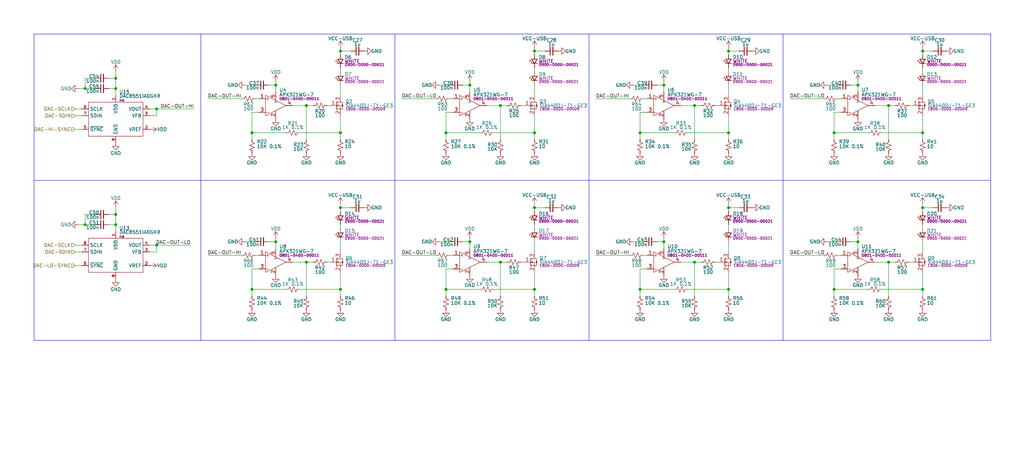
<source format=kicad_sch>
(kicad_sch (version 20250114) (generator "eeschema") (generator_version "9.0")
  (paper "User" 382 175)
  (title_block (title "MicLight Version 2 - LEDs") (rev "REV2") (company "Daxxn Industries"))
  (lib_symbols
    (symbol "DX_Capacitor_Ceramic:CL05A104KA5NNNC" (pin_numbers (hide yes)) (pin_names (hide yes))
      (property "Reference" "C" (at 2.794 1.778 0))
      (property "Value" "100n" (at 2.794 0 0))
      (symbol "CL05A104KA5NNNC_1_1"
        (pin passive line (at 0 2.54 270) (length 2.032) (name "~") (number "1"))
        (pin passive line (at 0 -2.54 90) (length 2.032) (name "~") (number "2"))
      )
    )
    (symbol "DX_Device:C" (pin_numbers (hide yes)) (pin_names (offset 0.254) (hide yes))
      (property "Reference" "C" (at 0.254 1.524 0))
      (property "Value" "C" (at 0.254 -1.905 0))
      (symbol "C_1_1"
        (pin passive line (at 0 2.54 270) (length 2.032) (name "~") (number "1"))
        (pin passive line (at 0 -2.54 90) (length 2.032) (name "~") (number "2"))
      )
    )
    (symbol "DX_Device:R" (pin_numbers (hide yes)) (pin_names (offset 0.254) (hide yes))
      (property "Reference" "R" (at 1.016 0.635 0))
      (property "Value" "R" (at 1.016 -1.016 0))
      (symbol "R_1_1"
        (pin passive line (at 0 2.54 270) (length 1.016) (name "~") (number "1"))
        (pin passive line (at 0 -2.54 90) (length 1.016) (name "~") (number "2"))
      )
    )
    (symbol "DX_Device_Power:VCC-USB" (power) (pin_names (offset 0))
      (property "Value" "VCC-USB" (at 0 3.429 0))
      (symbol "VCC-USB_1_1"
        (pin power_in line (at 0 0 90) (length 0) (hide yes) (name "VCC-USB") (number "1"))
      )
    )
    (symbol "DX_IC_Amplifier_OPAMP:APX321WG-7"
      (property "Reference" "U" (at 5.08 5.842 0))
      (property "Value" "APX321WG-7" (at 5.08 4.064 0))
      (property "PartNumber" "0801-0400-00011" (at 5.08 2.54 0))
      (symbol "APX321WG-7_0_0"
        (pin bidirectional line (at -2.54 2.54 0) (length 2.54) (name "IN+") (number "1"))
        (pin bidirectional line (at -2.54 -2.54 0) (length 2.54) (name "IN-") (number "3"))
        (pin power_in line (at 3.81 5.08 270) (length 3.1) (name "V+") (number "5"))
        (pin power_in line (at 3.81 -5.08 90) (length 3.1) (name "V-") (number "2"))
        (pin bidirectional line (at 10.16 0 180) (length 2.54) (name "OUT") (number "4"))
      )
      (symbol "APX321WG-7_1_1"
        (text "+" (at 0.762 2.54 0) (effects (font (size 1 1))))
        (text "-" (at 0.762 -2.54 0) (effects (font (size 1 1))))
      )
    )
    (symbol "DX_IC_Analog_DAC:DAC8551IADGKR"
      (property "Reference" "U" (at 11.43 3.81 0))
      (property "Value" "DAC8551IADGKR" (at 11.43 2.286 0))
      (property "PartNumber" "na" (at 11.43 0.762 0))
      (symbol "DAC8551IADGKR_0_0"
        (pin input line (at -2.54 -2.54 0) (length 2.54) (name "SCLK") (number "6"))
        (pin input line (at -2.54 -5.08 0) (length 2.54) (name "SDIN") (number "7"))
        (pin input line (at -2.54 -10.16 0) (length 2.54) (name "~{SYNC}") (number "5"))
        (pin power_in line (at 10.16 2.54 270) (length 2.54) (name "VDD") (number "1"))
        (pin power_in line (at 10.16 -15.24 90) (length 2.54) (name "GND") (number "8"))
        (pin output line (at 22.86 -2.54 180) (length 2.54) (name "VOUT") (number "4"))
        (pin input line (at 22.86 -5.08 180) (length 2.54) (name "VFB") (number "3"))
        (pin input line (at 22.86 -10.16 180) (length 2.54) (name "VREF") (number "2"))
      )
    )
    (symbol "DX_LED:JK3030AWT-P-H40EA0000-N0000001" (pin_numbers (hide yes)) (pin_names (hide yes))
      (property "Reference" "D" (at 0 2.794 0))
      (property "PartNumber" "0900-0000-00021" (at 0 -3.81 0))
      (property "Color" "WHITE" (at 0 -2.286 0))
      (symbol "JK3030AWT-P-H40EA0000-N0000001_1_1"
        (pin passive line (at -2.54 0 0) (length 1.778) (name "K") (number "1"))
        (pin passive line (at 2.54 0 180) (length 1.778) (name "A") (number "2"))
      )
    )
    (symbol "DX_Resistor:RC0402JR-07100RL" (pin_numbers (hide yes)) (pin_names (offset 0.254) (hide yes))
      (property "Reference" "R" (at 1.016 0.635 0))
      (property "Value" "100" (at 1.016 -1.016 0))
      (symbol "RC0402JR-07100RL_1_1"
        (pin passive line (at 0 2.54 270) (length 1.016) (name "~") (number "1"))
        (pin passive line (at 0 -2.54 90) (length 1.016) (name "~") (number "2"))
      )
    )
    (symbol "DX_Resistor:RC0402JR-0710KL" (pin_numbers (hide yes)) (pin_names (offset 0.254) (hide yes))
      (property "Reference" "R" (at 1.016 0.635 0))
      (property "Value" "10K" (at 1.016 -1.016 0))
      (symbol "RC0402JR-0710KL_1_1"
        (pin passive line (at 0 2.54 270) (length 1.016) (name "~") (number "1"))
        (pin passive line (at 0 -2.54 90) (length 1.016) (name "~") (number "2"))
      )
    )
    (symbol "DX_Resistor_Precision:RT0402BRE071KL" (pin_numbers (hide yes)) (pin_names (hide yes))
      (property "Reference" "R" (at 1.778 1.778 0))
      (property "Value" "1K 0.1%" (at 1.778 0 0))
      (symbol "RT0402BRE071KL_1_1"
        (pin passive line (at 0 2.54 270) (length 1.016) (name "~") (number "1"))
        (pin passive line (at 0 -2.54 90) (length 1.016) (name "~") (number "2"))
      )
    )
    (symbol "DX_Resistor_Precision:TNPW040210K0BEED" (pin_numbers (hide yes)) (pin_names (hide yes))
      (property "Reference" "R" (at 1.778 1.778 0))
      (property "Value" "10K 0.1%" (at 1.778 0 0))
      (symbol "TNPW040210K0BEED_1_1"
        (pin passive line (at 0 2.54 270) (length 1.016) (name "~") (number "1"))
        (pin passive line (at 0 -2.54 90) (length 1.016) (name "~") (number "2"))
      )
    )
    (symbol "DX_Resistor_Sense:CRCW121810R0FKEKHP" (pin_numbers (hide yes)) (pin_names (hide yes))
      (property "Reference" "R" (at 1.524 1.778 0))
      (property "Value" "10" (at 1.524 0 0))
      (symbol "CRCW121810R0FKEKHP_1_1"
        (pin passive line (at 0 2.54 270) (length 1.016) (name "~") (number "1"))
        (pin passive line (at 0 -2.54 90) (length 1.016) (name "~") (number "2"))
      )
    )
    (symbol "DX_Transistor_MOSFET:SIA440DJ-T1-GE3"
      (property "Reference" "Q" (at 1.778 1.524 0))
      (property "Value" "SIA440DJ-T1-GE3" (at 1.778 0 0))
      (property "PartNumber" "1806-0000-00009" (at 1.778 -1.27 0))
      (symbol "SIA440DJ-T1-GE3_0_0"
        (pin input line (at -3.81 0 0) (length 2.25) (name "G") (number "1"))
        (pin bidirectional line (at 0 3.81 270) (length 2.54) (name "D") (number "3"))
        (pin bidirectional line (at 0 -3.81 90) (length 2.54) (name "S") (number "2"))
      )
    )
    (symbol "power:GND" (power) (pin_numbers (hide yes)) (pin_names (offset 0) (hide yes))
      (property "Value" "GND" (at 0 -3.81 0))
      (symbol "GND_1_1"
        (pin power_in line (at 0 0 270) (length 0) (name "~") (number "1"))
      )
    )
    (symbol "power:VDD" (power) (pin_numbers (hide yes)) (pin_names (offset 0) (hide yes))
      (property "Value" "VDD" (at 0 3.556 0))
      (symbol "VDD_1_1"
        (pin power_in line (at 0 0 90) (length 0) (name "~") (number "1"))
      )
    )
  )
  (junction (at 238.76 49.53))
  (junction (at 271.78 19.05))
  (junction (at 58.42 91.44))
  (junction (at 114.3 97.79))
  (junction (at 199.39 19.05))
  (junction (at 271.78 77.47))
  (junction (at 175.26 31.75))
  (junction (at 247.65 31.75))
  (junction (at 127 77.47))
  (junction (at 166.37 49.53))
  (junction (at 199.39 49.53))
  (junction (at 58.42 40.64))
  (junction (at 186.69 97.79))
  (junction (at 311.15 107.95))
  (junction (at 344.17 49.53))
  (junction (at 166.37 107.95))
  (junction (at 93.98 107.95))
  (junction (at 344.17 107.95))
  (junction (at 331.47 97.79))
  (junction (at 127 19.05))
  (junction (at 271.78 49.53))
  (junction (at 127 107.95))
  (junction (at 114.3 39.37))
  (junction (at 31.75 83.82))
  (junction (at 43.18 80.01))
  (junction (at 102.87 31.75))
  (junction (at 43.18 33.02))
  (junction (at 320.04 31.75))
  (junction (at 344.17 19.05))
  (junction (at 344.17 77.47))
  (junction (at 259.08 39.37))
  (junction (at 199.39 77.47))
  (junction (at 271.78 107.95))
  (junction (at 259.08 97.79))
  (junction (at 43.18 29.21))
  (junction (at 320.04 90.17))
  (junction (at 238.76 107.95))
  (junction (at 31.75 33.02))
  (junction (at 43.18 83.82))
  (junction (at 311.15 49.53))
  (junction (at 199.39 107.95))
  (junction (at 93.98 49.53))
  (junction (at 175.26 90.17))
  (junction (at 247.65 90.17))
  (junction (at 102.87 90.17))
  (junction (at 331.47 39.37))
  (junction (at 186.69 39.37))
  (junction (at 127 49.53))
  (wire (pts (xy 344.17 43.18) (xy 344.17 49.53)))
  (wire (pts (xy 271.78 25.4) (xy 271.78 26.67)))
  (wire (pts (xy 109.22 39.37) (xy 114.3 39.37)))
  (wire (pts (xy 27.94 93.98) (xy 30.48 93.98)))
  (wire (pts (xy 93.98 41.91) (xy 93.98 49.53)))
  (wire (pts (xy 199.39 19.05) (xy 203.2 19.05)))
  (wire (pts (xy 266.7 97.79) (xy 267.97 97.79)))
  (wire (pts (xy 127 77.47) (xy 130.81 77.47)))
  (wire (pts (xy 58.42 91.44) (xy 71.12 91.44)))
  (wire (pts (xy 222.25 95.25) (xy 234.95 95.25)))
  (wire (pts (xy 58.42 40.64) (xy 55.88 40.64)))
  (wire (pts (xy 127 25.4) (xy 127 26.67)))
  (wire (pts (xy 320.04 88.9) (xy 320.04 90.17)))
  (wire (pts (xy 114.3 39.37) (xy 114.3 52.07)))
  (wire (pts (xy 247.65 88.9) (xy 247.65 90.17)))
  (wire (pts (xy 259.08 97.79) (xy 261.62 97.79)))
  (wire (pts (xy 199.39 43.18) (xy 199.39 49.53)))
  (wire (pts (xy 168.91 100.33) (xy 166.37 100.33)))
  (wire (pts (xy 344.17 19.05) (xy 347.98 19.05)))
  (wire (pts (xy 247.65 90.17) (xy 247.65 92.71)))
  (wire (pts (xy 320.04 90.17) (xy 320.04 92.71)))
  (polyline (pts (xy 292.1 12.7) (xy 292.1 127)))
  (polyline (pts (xy 219.71 12.7) (xy 219.71 127)))
  (wire (pts (xy 102.87 31.75) (xy 102.87 34.29)))
  (wire (pts (xy 102.87 88.9) (xy 102.87 90.17)))
  (wire (pts (xy 311.15 41.91) (xy 311.15 49.53)))
  (wire (pts (xy 271.78 19.05) (xy 275.59 19.05)))
  (wire (pts (xy 259.08 39.37) (xy 259.08 52.07)))
  (wire (pts (xy 271.78 90.17) (xy 271.78 93.98)))
  (wire (pts (xy 245.11 90.17) (xy 247.65 90.17)))
  (wire (pts (xy 102.87 90.17) (xy 102.87 92.71)))
  (wire (pts (xy 294.64 95.25) (xy 307.34 95.25)))
  (wire (pts (xy 344.17 77.47) (xy 347.98 77.47)))
  (wire (pts (xy 247.65 31.75) (xy 247.65 34.29)))
  (wire (pts (xy 58.42 93.98) (xy 58.42 91.44)))
  (wire (pts (xy 186.69 97.79) (xy 186.69 110.49)))
  (wire (pts (xy 339.09 97.79) (xy 340.36 97.79)))
  (wire (pts (xy 91.44 90.17) (xy 95.25 90.17)))
  (wire (pts (xy 181.61 39.37) (xy 186.69 39.37)))
  (wire (pts (xy 331.47 97.79) (xy 331.47 110.49)))
  (wire (pts (xy 331.47 97.79) (xy 334.01 97.79)))
  (wire (pts (xy 166.37 100.33) (xy 166.37 107.95)))
  (wire (pts (xy 194.31 97.79) (xy 195.58 97.79)))
  (wire (pts (xy 149.86 36.83) (xy 162.56 36.83)))
  (wire (pts (xy 238.76 49.53) (xy 238.76 52.07)))
  (wire (pts (xy 93.98 49.53) (xy 93.98 52.07)))
  (wire (pts (xy 344.17 101.6) (xy 344.17 107.95)))
  (wire (pts (xy 199.39 19.05) (xy 199.39 20.32)))
  (wire (pts (xy 344.17 83.82) (xy 344.17 85.09)))
  (wire (pts (xy 294.64 36.83) (xy 307.34 36.83)))
  (wire (pts (xy 266.7 39.37) (xy 267.97 39.37)))
  (polyline (pts (xy 12.7 12.7) (xy 12.7 127)))
  (wire (pts (xy 320.04 30.48) (xy 320.04 31.75)))
  (wire (pts (xy 167.64 36.83) (xy 168.91 36.83)))
  (wire (pts (xy 40.64 80.01) (xy 43.18 80.01)))
  (wire (pts (xy 240.03 36.83) (xy 241.3 36.83)))
  (wire (pts (xy 127 19.05) (xy 130.81 19.05)))
  (wire (pts (xy 254 39.37) (xy 259.08 39.37)))
  (wire (pts (xy 241.3 41.91) (xy 238.76 41.91)))
  (wire (pts (xy 43.18 83.82) (xy 43.18 86.36)))
  (wire (pts (xy 43.18 77.47) (xy 43.18 80.01)))
  (wire (pts (xy 199.39 25.4) (xy 199.39 26.67)))
  (wire (pts (xy 312.42 36.83) (xy 313.69 36.83)))
  (wire (pts (xy 344.17 77.47) (xy 344.17 78.74)))
  (wire (pts (xy 163.83 90.17) (xy 167.64 90.17)))
  (wire (pts (xy 326.39 97.79) (xy 331.47 97.79)))
  (wire (pts (xy 35.56 29.21) (xy 31.75 29.21)))
  (wire (pts (xy 199.39 77.47) (xy 199.39 78.74)))
  (wire (pts (xy 58.42 43.18) (xy 58.42 40.64)))
  (wire (pts (xy 55.88 43.18) (xy 58.42 43.18)))
  (wire (pts (xy 55.88 93.98) (xy 58.42 93.98)))
  (wire (pts (xy 40.64 33.02) (xy 43.18 33.02)))
  (wire (pts (xy 172.72 31.75) (xy 175.26 31.75)))
  (wire (pts (xy 27.94 43.18) (xy 30.48 43.18)))
  (wire (pts (xy 320.04 31.75) (xy 320.04 34.29)))
  (wire (pts (xy 317.5 31.75) (xy 320.04 31.75)))
  (wire (pts (xy 271.78 76.2) (xy 271.78 77.47)))
  (wire (pts (xy 311.15 100.33) (xy 311.15 107.95)))
  (wire (pts (xy 163.83 31.75) (xy 167.64 31.75)))
  (wire (pts (xy 313.69 41.91) (xy 311.15 41.91)))
  (wire (pts (xy 166.37 107.95) (xy 166.37 110.49)))
  (wire (pts (xy 308.61 31.75) (xy 312.42 31.75)))
  (wire (pts (xy 175.26 30.48) (xy 175.26 31.75)))
  (wire (pts (xy 31.75 29.21) (xy 31.75 33.02)))
  (wire (pts (xy 199.39 101.6) (xy 199.39 107.95)))
  (wire (pts (xy 256.54 49.53) (xy 271.78 49.53)))
  (wire (pts (xy 199.39 17.78) (xy 199.39 19.05)))
  (wire (pts (xy 238.76 107.95) (xy 238.76 110.49)))
  (wire (pts (xy 96.52 41.91) (xy 93.98 41.91)))
  (wire (pts (xy 58.42 40.64) (xy 72.39 40.64)))
  (wire (pts (xy 121.92 97.79) (xy 123.19 97.79)))
  (wire (pts (xy 222.25 36.83) (xy 234.95 36.83)))
  (wire (pts (xy 127 49.53) (xy 127 52.07)))
  (wire (pts (xy 256.54 107.95) (xy 271.78 107.95)))
  (wire (pts (xy 313.69 100.33) (xy 311.15 100.33)))
  (wire (pts (xy 31.75 80.01) (xy 31.75 83.82)))
  (wire (pts (xy 93.98 107.95) (xy 106.68 107.95)))
  (wire (pts (xy 199.39 76.2) (xy 199.39 77.47)))
  (wire (pts (xy 238.76 49.53) (xy 251.46 49.53)))
  (wire (pts (xy 238.76 100.33) (xy 238.76 107.95)))
  (wire (pts (xy 344.17 107.95) (xy 344.17 110.49)))
  (wire (pts (xy 168.91 41.91) (xy 166.37 41.91)))
  (wire (pts (xy 127 90.17) (xy 127 93.98)))
  (wire (pts (xy 114.3 97.79) (xy 114.3 110.49)))
  (wire (pts (xy 93.98 49.53) (xy 106.68 49.53)))
  (wire (pts (xy 43.18 26.67) (xy 43.18 29.21)))
  (wire (pts (xy 95.25 36.83) (xy 96.52 36.83)))
  (wire (pts (xy 199.39 83.82) (xy 199.39 85.09)))
  (wire (pts (xy 241.3 100.33) (xy 238.76 100.33)))
  (wire (pts (xy 127 19.05) (xy 127 20.32)))
  (wire (pts (xy 328.93 49.53) (xy 344.17 49.53)))
  (polyline (pts (xy 147.32 12.7) (xy 147.32 127)))
  (wire (pts (xy 93.98 107.95) (xy 93.98 110.49)))
  (wire (pts (xy 100.33 90.17) (xy 102.87 90.17)))
  (wire (pts (xy 29.21 83.82) (xy 31.75 83.82)))
  (wire (pts (xy 331.47 39.37) (xy 331.47 52.07)))
  (wire (pts (xy 111.76 107.95) (xy 127 107.95)))
  (polyline (pts (xy 12.7 12.7) (xy 369.57 12.7)))
  (wire (pts (xy 328.93 107.95) (xy 344.17 107.95)))
  (wire (pts (xy 308.61 90.17) (xy 312.42 90.17)))
  (wire (pts (xy 127 31.75) (xy 127 35.56)))
  (wire (pts (xy 186.69 39.37) (xy 189.23 39.37)))
  (wire (pts (xy 184.15 49.53) (xy 199.39 49.53)))
  (wire (pts (xy 339.09 39.37) (xy 340.36 39.37)))
  (wire (pts (xy 259.08 39.37) (xy 261.62 39.37)))
  (wire (pts (xy 102.87 30.48) (xy 102.87 31.75)))
  (wire (pts (xy 27.94 48.26) (xy 30.48 48.26)))
  (wire (pts (xy 199.39 31.75) (xy 199.39 35.56)))
  (wire (pts (xy 40.64 83.82) (xy 43.18 83.82)))
  (wire (pts (xy 311.15 49.53) (xy 311.15 52.07)))
  (wire (pts (xy 199.39 49.53) (xy 199.39 52.07)))
  (wire (pts (xy 127 17.78) (xy 127 19.05)))
  (wire (pts (xy 109.22 97.79) (xy 114.3 97.79)))
  (wire (pts (xy 271.78 83.82) (xy 271.78 85.09)))
  (wire (pts (xy 27.94 99.06) (xy 30.48 99.06)))
  (wire (pts (xy 31.75 33.02) (xy 35.56 33.02)))
  (wire (pts (xy 31.75 83.82) (xy 35.56 83.82)))
  (wire (pts (xy 245.11 31.75) (xy 247.65 31.75)))
  (wire (pts (xy 181.61 97.79) (xy 186.69 97.79)))
  (wire (pts (xy 311.15 107.95) (xy 323.85 107.95)))
  (wire (pts (xy 317.5 90.17) (xy 320.04 90.17)))
  (wire (pts (xy 312.42 95.25) (xy 313.69 95.25)))
  (wire (pts (xy 199.39 90.17) (xy 199.39 93.98)))
  (wire (pts (xy 149.86 95.25) (xy 162.56 95.25)))
  (wire (pts (xy 344.17 19.05) (xy 344.17 20.32)))
  (wire (pts (xy 77.47 36.83) (xy 90.17 36.83)))
  (polyline (pts (xy 12.7 67.31) (xy 369.57 67.31)))
  (wire (pts (xy 43.18 80.01) (xy 43.18 83.82)))
  (wire (pts (xy 344.17 25.4) (xy 344.17 26.67)))
  (wire (pts (xy 127 83.82) (xy 127 85.09)))
  (wire (pts (xy 121.92 39.37) (xy 123.19 39.37)))
  (wire (pts (xy 311.15 107.95) (xy 311.15 110.49)))
  (wire (pts (xy 254 97.79) (xy 259.08 97.79)))
  (wire (pts (xy 95.25 95.25) (xy 96.52 95.25)))
  (wire (pts (xy 127 77.47) (xy 127 78.74)))
  (wire (pts (xy 271.78 49.53) (xy 271.78 52.07)))
  (wire (pts (xy 344.17 90.17) (xy 344.17 93.98)))
  (wire (pts (xy 271.78 77.47) (xy 275.59 77.47)))
  (wire (pts (xy 166.37 49.53) (xy 166.37 52.07)))
  (wire (pts (xy 344.17 76.2) (xy 344.17 77.47)))
  (wire (pts (xy 166.37 41.91) (xy 166.37 49.53)))
  (wire (pts (xy 127 101.6) (xy 127 107.95)))
  (wire (pts (xy 43.18 29.21) (xy 43.18 33.02)))
  (wire (pts (xy 236.22 31.75) (xy 240.03 31.75)))
  (wire (pts (xy 35.56 80.01) (xy 31.75 80.01)))
  (wire (pts (xy 43.18 33.02) (xy 43.18 35.56)))
  (wire (pts (xy 96.52 100.33) (xy 93.98 100.33)))
  (wire (pts (xy 194.31 39.37) (xy 195.58 39.37)))
  (wire (pts (xy 344.17 31.75) (xy 344.17 35.56)))
  (wire (pts (xy 271.78 77.47) (xy 271.78 78.74)))
  (wire (pts (xy 331.47 39.37) (xy 334.01 39.37)))
  (wire (pts (xy 114.3 97.79) (xy 116.84 97.79)))
  (wire (pts (xy 271.78 19.05) (xy 271.78 20.32)))
  (wire (pts (xy 127 43.18) (xy 127 49.53)))
  (wire (pts (xy 111.76 49.53) (xy 127 49.53)))
  (wire (pts (xy 175.26 31.75) (xy 175.26 34.29)))
  (wire (pts (xy 58.42 91.44) (xy 55.88 91.44)))
  (wire (pts (xy 186.69 97.79) (xy 189.23 97.79)))
  (wire (pts (xy 100.33 31.75) (xy 102.87 31.75)))
  (wire (pts (xy 199.39 107.95) (xy 199.39 110.49)))
  (wire (pts (xy 40.64 29.21) (xy 43.18 29.21)))
  (wire (pts (xy 236.22 90.17) (xy 240.03 90.17)))
  (wire (pts (xy 77.47 95.25) (xy 90.17 95.25)))
  (wire (pts (xy 326.39 39.37) (xy 331.47 39.37)))
  (wire (pts (xy 184.15 107.95) (xy 199.39 107.95)))
  (wire (pts (xy 127 107.95) (xy 127 110.49)))
  (wire (pts (xy 240.03 95.25) (xy 241.3 95.25)))
  (wire (pts (xy 27.94 91.44) (xy 30.48 91.44)))
  (wire (pts (xy 167.64 95.25) (xy 168.91 95.25)))
  (wire (pts (xy 271.78 101.6) (xy 271.78 107.95)))
  (wire (pts (xy 172.72 90.17) (xy 175.26 90.17)))
  (wire (pts (xy 199.39 77.47) (xy 203.2 77.47)))
  (polyline (pts (xy 74.93 12.7) (xy 74.93 127)))
  (wire (pts (xy 175.26 88.9) (xy 175.26 90.17)))
  (wire (pts (xy 344.17 49.53) (xy 344.17 52.07)))
  (polyline (pts (xy 369.57 12.7) (xy 369.57 127)))
  (wire (pts (xy 259.08 97.79) (xy 259.08 110.49)))
  (wire (pts (xy 166.37 49.53) (xy 179.07 49.53)))
  (wire (pts (xy 238.76 41.91) (xy 238.76 49.53)))
  (wire (pts (xy 91.44 31.75) (xy 95.25 31.75)))
  (wire (pts (xy 93.98 100.33) (xy 93.98 107.95)))
  (wire (pts (xy 247.65 30.48) (xy 247.65 31.75)))
  (wire (pts (xy 238.76 107.95) (xy 251.46 107.95)))
  (wire (pts (xy 29.21 33.02) (xy 31.75 33.02)))
  (wire (pts (xy 127 76.2) (xy 127 77.47)))
  (wire (pts (xy 27.94 40.64) (xy 30.48 40.64)))
  (wire (pts (xy 271.78 17.78) (xy 271.78 19.05)))
  (wire (pts (xy 186.69 39.37) (xy 186.69 52.07)))
  (wire (pts (xy 175.26 90.17) (xy 175.26 92.71)))
  (wire (pts (xy 344.17 17.78) (xy 344.17 19.05)))
  (polyline (pts (xy 369.57 127) (xy 12.7 127)))
  (wire (pts (xy 271.78 43.18) (xy 271.78 49.53)))
  (wire (pts (xy 114.3 39.37) (xy 116.84 39.37)))
  (wire (pts (xy 311.15 49.53) (xy 323.85 49.53)))
  (wire (pts (xy 271.78 107.95) (xy 271.78 110.49)))
  (wire (pts (xy 271.78 31.75) (xy 271.78 35.56)))
  (wire (pts (xy 166.37 107.95) (xy 179.07 107.95)))
  (label "DAC-OUT-HI" (at 77.47 95.25 0))
  (label "DAC-OUT-HI" (at 72.39 40.64 180))
  (label "DAC-OUT-LO" (at 149.86 95.25 0))
  (label "DAC-OUT-LO" (at 71.12 91.44 180))
  (label "DAC-OUT-HI" (at 222.25 95.25 0))
  (label "DAC-OUT-LO" (at 294.64 36.83 0))
  (label "DAC-OUT-LO" (at 294.64 95.25 0))
  (label "DAC-OUT-HI" (at 222.25 36.83 0))
  (label "DAC-OUT-HI" (at 77.47 36.83 0))
  (label "DAC-OUT-LO" (at 149.86 36.83 0))
  (hierarchical_label "DAC-HI-SYNC" (shape input) (at 27.94 48.26 180))
  (hierarchical_label "DAC-SCLK" (shape input) (at 27.94 40.64 180))
  (hierarchical_label "DAC-SDIN" (shape input) (at 27.94 93.98 180))
  (hierarchical_label "DAC-SDIN" (shape input) (at 27.94 43.18 180))
  (hierarchical_label "DAC-LO-SYNC" (shape input) (at 27.94 99.06 180))
  (hierarchical_label "DAC-SCLK" (shape input) (at 27.94 91.44 180))
  (symbol (lib_id "DX_Device_Power:VCC-USB") (at 127 76.2 0) (unit 1)
    (property "Reference" "#PWR043" (effects (hide yes)))
    (property "Value" "VCC-USB" (at 127 72.771 0))
    (property "Description" "USB VBUS Power Supply" (effects (hide yes)))
  )
  (symbol (lib_id "power:GND") (at 280.67 77.47 90) (unit 1)
    (property "Reference" "#PWR049" (effects (hide yes)))
    (property "Value" "GND" (at 285.242 77.47 90))
    (property "Description" "Power symbol creates a global label with name \"GND\" , ground" (effects (hide yes)))
  )
  (symbol (lib_id "DX_LED:JK3030AWT-P-H40EA0000-N0000001") (at 127 81.28 90) (unit 1)
    (property "Reference" "D14" (at 128.524 79.756 90) (effects (justify right)))
    (property "Value" "JK3030AWT-P-H40EA0000-N0000001" (effects (hide yes)))
    (property "Footprint" "Daxxn_LEDs:JK3030AWT" (effects (hide yes)))
    (property "Datasheet" "${DATASHEETS}/JSeries-3030.pdf" (effects (hide yes)))
    (property "Description" "LED J NEUTRAL WHT 4000K SMD" (effects (hide yes)))
    (property "PartNumber" "0900-0000-00021" (at 128.524 82.55 90) (effects (font (size 1 1)) (justify right)))
    (property "Color" "WHITE" (at 128.524 81.28 90) (effects (justify right)))
  )
  (symbol (lib_id "DX_Transistor_MOSFET:SIA440DJ-T1-GE3") (at 344.17 39.37 0) (unit 1)
    (property "Reference" "Q5" (at 345.948 37.846 0) (effects (justify left)))
    (property "Value" "SIA440DJ-T1-GE3" (at 345.948 39.37 0) (effects (justify left)))
    (property "Footprint" "Daxxn_Packages:PowerPak_SC-70-6" (effects (hide yes)))
    (property "Datasheet" "${DATASHEETS}/SIA440DJ.pdf" (effects (hide yes)))
    (property "Description" "N-Channel 40 V 12A (Tc) 3.5W (Ta), 19W (Tc) Surface Mount PowerPAK® SC-70-6" (effects (hide yes)))
    (property "PartNumber" "1806-0000-00009" (at 345.948 40.64 0) (effects (font (size 1 1)) (justify left)))
  )
  (symbol (lib_id "DX_Resistor:RC0402JR-07100RL") (at 237.49 36.83 90) (unit 1)
    (property "Reference" "R64" (at 237.49 38.862 90))
    (property "Value" "100" (at 237.49 40.513 90))
    (property "Footprint" "Daxxn_Standard_Resistors:RES_0402" (effects (hide yes)))
    (property "Datasheet" "${DATASHEETS}/RC-Series.pdf" (effects (hide yes)))
    (property "Description" "RES 100 OHM 5% 1/16W 0402" (effects (hide yes)))
    (property "PartNumber" "0204-0000-00011" (effects (hide yes)))
  )
  (symbol (lib_id "DX_Resistor_Precision:RT0402BRE071KL") (at 326.39 49.53 90) (unit 1)
    (property "Reference" "R38" (at 326.39 45.974 90))
    (property "Value" "1K 0.1%" (at 326.39 47.498 90))
    (property "Footprint" "Daxxn_Standard_Resistors:RES_0402" (effects (hide yes)))
    (property "Datasheet" "${DATASHEETS}/RT-Series.pdf" (effects (hide yes)))
    (property "Description" "1 kOhms ±0.1% 0.063W, 1/16W Chip Resistor 0402 (1005 Metric) Thin Film" (effects (hide yes)))
    (property "PartNumber" "0204-0100-00012" (effects (hide yes)))
  )
  (symbol (lib_id "power:VDD") (at 247.65 88.9 0) (unit 1)
    (property "Reference" "#PWR089" (effects (hide yes)))
    (property "Value" "VDD" (at 247.65 85.344 0))
    (property "Description" "Power symbol creates a global label with name \"VDD\"" (effects (hide yes)))
  )
  (symbol (lib_id "DX_Resistor_Precision:RT0402BRE071KL") (at 254 49.53 90) (unit 1)
    (property "Reference" "R33" (at 254 45.974 90))
    (property "Value" "1K 0.1%" (at 254 47.498 90))
    (property "Footprint" "Daxxn_Standard_Resistors:RES_0402" (effects (hide yes)))
    (property "Datasheet" "${DATASHEETS}/RT-Series.pdf" (effects (hide yes)))
    (property "Description" "1 kOhms ±0.1% 0.063W, 1/16W Chip Resistor 0402 (1005 Metric) Thin Film" (effects (hide yes)))
    (property "PartNumber" "0204-0100-00012" (effects (hide yes)))
  )
  (symbol (lib_id "DX_Device:C") (at 278.13 77.47 90) (mirror x) (unit 1)
    (property "Reference" "C33" (at 278.13 73.406 90))
    (property "Value" "1u" (at 278.13 74.93 90))
    (property "Footprint" "Daxxn_Standard_Capacitors:CAP_0603" (effects (hide yes)))
    (property "Description" "Unpolarized Capacitor" (effects (hide yes)))
  )
  (symbol (lib_id "DX_Device_Power:VCC-USB") (at 199.39 17.78 0) (unit 1)
    (property "Reference" "#PWR032" (effects (hide yes)))
    (property "Value" "VCC-USB" (at 199.39 14.351 0))
    (property "Description" "USB VBUS Power Supply" (effects (hide yes)))
  )
  (symbol (lib_id "power:VDD") (at 102.87 30.48 0) (unit 1)
    (property "Reference" "#PWR039" (effects (hide yes)))
    (property "Value" "VDD" (at 102.87 26.924 0))
    (property "Description" "Power symbol creates a global label with name \"VDD\"" (effects (hide yes)))
  )
  (symbol (lib_id "DX_Resistor:RC0402JR-07100RL") (at 309.88 95.25 90) (unit 1)
    (property "Reference" "R69" (at 309.88 97.282 90))
    (property "Value" "100" (at 309.88 98.933 90))
    (property "Footprint" "Daxxn_Standard_Resistors:RES_0402" (effects (hide yes)))
    (property "Datasheet" "${DATASHEETS}/RC-Series.pdf" (effects (hide yes)))
    (property "Description" "RES 100 OHM 5% 1/16W 0402" (effects (hide yes)))
    (property "PartNumber" "0204-0000-00011" (effects (hide yes)))
  )
  (symbol (lib_id "DX_Capacitor_Ceramic:CL05A104KA5NNNC") (at 314.96 31.75 90) (unit 1)
    (property "Reference" "C40" (at 313.944 30.988 90) (effects (justify left)))
    (property "Value" "100n" (at 313.944 32.766 90) (effects (justify left)))
    (property "Footprint" "Daxxn_Standard_Capacitors:CAP_0402" (effects (hide yes)))
    (property "Datasheet" "${DATASHEETS}/CL05A104KA5NNNC.pdf" (effects (hide yes)))
    (property "Description" "CAP CER 100nF 0.1UF 25V X5R 0402" (effects (hide yes)))
    (property "PartNumber" "0201-0100-00086" (effects (hide yes)))
  )
  (symbol (lib_id "DX_Device:C") (at 205.74 77.47 90) (mirror x) (unit 1)
    (property "Reference" "C32" (at 205.74 73.406 90))
    (property "Value" "1u" (at 205.74 74.93 90))
    (property "Footprint" "Daxxn_Standard_Capacitors:CAP_0603" (effects (hide yes)))
    (property "Description" "Unpolarized Capacitor" (effects (hide yes)))
  )
  (symbol (lib_id "DX_Device_Power:VCC-USB") (at 199.39 76.2 0) (unit 1)
    (property "Reference" "#PWR044" (effects (hide yes)))
    (property "Value" "VCC-USB" (at 199.39 72.771 0))
    (property "Description" "USB VBUS Power Supply" (effects (hide yes)))
  )
  (symbol (lib_id "power:GND") (at 29.21 83.82 270) (unit 1)
    (property "Reference" "#PWR0102" (effects (hide yes)))
    (property "Value" "GND" (at 24.638 83.82 90))
    (property "Description" "Power symbol creates a global label with name \"GND\" , ground" (effects (hide yes)))
  )
  (symbol (lib_id "power:GND") (at 114.3 57.15 0) (unit 1)
    (property "Reference" "#PWR051" (effects (hide yes)))
    (property "Value" "GND" (at 114.3 60.706 0))
    (property "Description" "Power symbol creates a global label with name \"GND\" , ground" (effects (hide yes)))
  )
  (symbol (lib_id "DX_Device:R") (at 336.55 39.37 90) (unit 1)
    (property "Reference" "R37" (at 336.55 41.402 90))
    (property "Value" "100" (at 336.55 43.053 90))
    (property "Footprint" "Daxxn_Standard_Resistors:RES_0402" (effects (hide yes)))
    (property "Description" "Resistor" (effects (hide yes)))
  )
  (symbol (lib_id "power:GND") (at 331.47 57.15 0) (unit 1)
    (property "Reference" "#PWR075" (effects (hide yes)))
    (property "Value" "GND" (at 331.47 60.706 0))
    (property "Description" "Power symbol creates a global label with name \"GND\" , ground" (effects (hide yes)))
  )
  (symbol (lib_id "power:GND") (at 353.06 77.47 90) (unit 1)
    (property "Reference" "#PWR050" (effects (hide yes)))
    (property "Value" "GND" (at 357.632 77.47 90))
    (property "Description" "Power symbol creates a global label with name \"GND\" , ground" (effects (hide yes)))
  )
  (symbol (lib_id "power:VDD") (at 320.04 30.48 0) (unit 1)
    (property "Reference" "#PWR071" (effects (hide yes)))
    (property "Value" "VDD" (at 320.04 26.924 0))
    (property "Description" "Power symbol creates a global label with name \"VDD\"" (effects (hide yes)))
  )
  (symbol (lib_id "power:GND") (at 43.18 104.14 0) (unit 1)
    (property "Reference" "#PWR0104" (effects (hide yes)))
    (property "Value" "GND" (at 43.18 107.95 0))
    (property "Description" "Power symbol creates a global label with name \"GND\" , ground" (effects (hide yes)))
  )
  (symbol (lib_id "DX_Resistor_Precision:TNPW040210K0BEED") (at 238.76 113.03 0) (unit 1)
    (property "Reference" "R54" (at 240.538 111.252 0) (effects (justify left)))
    (property "Value" "10K 0.1%" (at 240.538 113.03 0) (effects (justify left)))
    (property "Footprint" "Daxxn_Standard_Resistors:RES_0402" (effects (hide yes)))
    (property "Datasheet" "${DATASHEETS}/TNPW_E3.pdf" (effects (hide yes)))
    (property "Description" "10 kOhms ±0.1% 0.13W Chip Resistor 0402 (1005 Metric) Anti-Sulfur, Automotive AEC-Q200, Moisture Resistant Thin Film" (effects (hide yes)))
    (property "PartNumber" "na" (effects (hide yes)))
  )
  (symbol (lib_id "DX_Capacitor_Ceramic:CL05A104KA5NNNC") (at 242.57 31.75 90) (unit 1)
    (property "Reference" "C39" (at 241.554 30.988 90) (effects (justify left)))
    (property "Value" "100n" (at 241.554 32.766 90) (effects (justify left)))
    (property "Footprint" "Daxxn_Standard_Capacitors:CAP_0402" (effects (hide yes)))
    (property "Datasheet" "${DATASHEETS}/CL05A104KA5NNNC.pdf" (effects (hide yes)))
    (property "Description" "CAP CER 100nF 0.1UF 25V X5R 0402" (effects (hide yes)))
    (property "PartNumber" "0201-0100-00086" (effects (hide yes)))
  )
  (symbol (lib_id "DX_Device:R") (at 119.38 39.37 90) (unit 1)
    (property "Reference" "R20" (at 119.38 41.402 90))
    (property "Value" "100" (at 119.38 43.053 90))
    (property "Footprint" "Daxxn_Standard_Resistors:RES_0402" (effects (hide yes)))
    (property "Description" "Resistor" (effects (hide yes)))
  )
  (symbol (lib_id "power:GND") (at 320.04 44.45 0) (unit 1)
    (property "Reference" "#PWR073" (effects (hide yes)))
    (property "Value" "GND" (at 320.04 48.006 0))
    (property "Description" "Power symbol creates a global label with name \"GND\" , ground" (effects (hide yes)))
  )
  (symbol (lib_id "DX_Resistor:RC0402JR-0710KL") (at 114.3 113.03 0) (mirror y) (unit 1)
    (property "Reference" "R45" (at 113.284 112.395 0) (effects (justify left)))
    (property "Value" "10K" (at 113.284 114.046 0) (effects (justify left)))
    (property "Footprint" "Daxxn_Standard_Resistors:RES_0402" (effects (hide yes)))
    (property "Datasheet" "${DATASHEETS}/RC-Series.pdf" (effects (hide yes)))
    (property "Description" "RES 10K OHM 5% 1/16W 0402" (effects (hide yes)))
    (property "PartNumber" "0204-0000-00016" (effects (hide yes)))
  )
  (symbol (lib_id "DX_Resistor_Precision:RT0402BRE071KL") (at 254 107.95 90) (unit 1)
    (property "Reference" "R53" (at 254 104.394 90))
    (property "Value" "1K 0.1%" (at 254 105.918 90))
    (property "Footprint" "Daxxn_Standard_Resistors:RES_0402" (effects (hide yes)))
    (property "Datasheet" "${DATASHEETS}/RT-Series.pdf" (effects (hide yes)))
    (property "Description" "1 kOhms ±0.1% 0.063W, 1/16W Chip Resistor 0402 (1005 Metric) Thin Film" (effects (hide yes)))
    (property "PartNumber" "0204-0100-00012" (effects (hide yes)))
  )
  (symbol (lib_id "power:GND") (at 238.76 57.15 0) (unit 1)
    (property "Reference" "#PWR067" (effects (hide yes)))
    (property "Value" "GND" (at 238.76 60.706 0))
    (property "Description" "Power symbol creates a global label with name \"GND\" , ground" (effects (hide yes)))
  )
  (symbol (lib_id "power:VDD") (at 247.65 30.48 0) (unit 1)
    (property "Reference" "#PWR064" (effects (hide yes)))
    (property "Value" "VDD" (at 247.65 26.924 0))
    (property "Description" "Power symbol creates a global label with name \"VDD\"" (effects (hide yes)))
  )
  (symbol (lib_id "DX_Resistor:RC0402JR-07100RL") (at 165.1 36.83 90) (unit 1)
    (property "Reference" "R63" (at 165.1 38.862 90))
    (property "Value" "100" (at 165.1 40.513 90))
    (property "Footprint" "Daxxn_Standard_Resistors:RES_0402" (effects (hide yes)))
    (property "Datasheet" "${DATASHEETS}/RC-Series.pdf" (effects (hide yes)))
    (property "Description" "RES 100 OHM 5% 1/16W 0402" (effects (hide yes)))
    (property "PartNumber" "0204-0000-00011" (effects (hide yes)))
  )
  (symbol (lib_id "DX_Capacitor_Ceramic:CL05A104KA5NNNC") (at 314.96 90.17 90) (unit 1)
    (property "Reference" "C44" (at 313.944 89.408 90) (effects (justify left)))
    (property "Value" "100n" (at 313.944 91.186 90) (effects (justify left)))
    (property "Footprint" "Daxxn_Standard_Capacitors:CAP_0402" (effects (hide yes)))
    (property "Datasheet" "${DATASHEETS}/CL05A104KA5NNNC.pdf" (effects (hide yes)))
    (property "Description" "CAP CER 100nF 0.1UF 25V X5R 0402" (effects (hide yes)))
    (property "PartNumber" "0201-0100-00086" (effects (hide yes)))
  )
  (symbol (lib_id "power:GND") (at 102.87 44.45 0) (unit 1)
    (property "Reference" "#PWR041" (effects (hide yes)))
    (property "Value" "GND" (at 102.87 48.006 0))
    (property "Description" "Power symbol creates a global label with name \"GND\" , ground" (effects (hide yes)))
  )
  (symbol (lib_id "power:GND") (at 344.17 57.15 0) (unit 1)
    (property "Reference" "#PWR076" (effects (hide yes)))
    (property "Value" "GND" (at 344.17 60.706 0))
    (property "Description" "Power symbol creates a global label with name \"GND\" , ground" (effects (hide yes)))
  )
  (symbol (lib_id "power:GND") (at 166.37 115.57 0) (unit 1)
    (property "Reference" "#PWR086" (effects (hide yes)))
    (property "Value" "GND" (at 166.37 119.126 0))
    (property "Description" "Power symbol creates a global label with name \"GND\" , ground" (effects (hide yes)))
  )
  (symbol (lib_id "DX_Resistor_Sense:CRCW121810R0FKEKHP") (at 199.39 54.61 0) (unit 1)
    (property "Reference" "R31" (at 200.914 52.832 0) (effects (justify left)))
    (property "Value" "10" (at 200.914 54.61 0) (effects (justify left)))
    (property "Footprint" "Daxxn_Standard_Resistors:RES_1218" (effects (hide yes)))
    (property "Datasheet" "${DATASHEETS}/CRCW-HPE3.pdf" (effects (hide yes)))
    (property "Description" "10 Ohms ±1% 1.5W Chip Resistor 1218 (3246 Metric) Automotive AEC-Q200, Pulse Withstanding Thick Film" (effects (hide yes)))
    (property "PartNumber" "na" (effects (hide yes)))
  )
  (symbol (lib_id "power:GND") (at 320.04 102.87 0) (unit 1)
    (property "Reference" "#PWR097" (effects (hide yes)))
    (property "Value" "GND" (at 320.04 106.426 0))
    (property "Description" "Power symbol creates a global label with name \"GND\" , ground" (effects (hide yes)))
  )
  (symbol (lib_id "power:VDD") (at 55.88 48.26 270) (unit 1)
    (property "Reference" "#PWR0113" (effects (hide yes)))
    (property "Value" "VDD" (at 60.452 48.26 90))
    (property "Description" "Power symbol creates a global label with name \"VDD\"" (effects (hide yes)))
  )
  (symbol (lib_id "power:GND") (at 127 115.57 0) (unit 1)
    (property "Reference" "#PWR082" (effects (hide yes)))
    (property "Value" "GND" (at 127 119.126 0))
    (property "Description" "Power symbol creates a global label with name \"GND\" , ground" (effects (hide yes)))
  )
  (symbol (lib_id "power:GND") (at 259.08 115.57 0) (unit 1)
    (property "Reference" "#PWR093" (effects (hide yes)))
    (property "Value" "GND" (at 259.08 119.126 0))
    (property "Description" "Power symbol creates a global label with name \"GND\" , ground" (effects (hide yes)))
  )
  (symbol (lib_id "DX_IC_Amplifier_OPAMP:APX321WG-7") (at 171.45 97.79 0) (unit 1)
    (property "Reference" "U9" (at 176.53 91.948 0) (effects (justify left)))
    (property "Value" "APX321WG-7" (at 176.53 93.726 0) (effects (justify left)))
    (property "Footprint" "Daxxn_Packages:SOT-23-5" (effects (hide yes)))
    (property "Datasheet" "${DATASHEETS}/APX321.pdf" (effects (hide yes)))
    (property "Description" "Low Voltage, Rail to Rail Opamp" (effects (hide yes)))
    (property "PartNumber" "0801-0400-00011" (at 176.53 95.25 0) (effects (font (size 1 1)) (justify left)))
  )
  (symbol (lib_id "DX_LED:JK3030AWT-P-H40EA0000-N0000001") (at 344.17 87.63 90) (unit 1)
    (property "Reference" "D21" (at 345.694 86.106 90) (effects (justify right)))
    (property "Value" "JK3030AWT-P-H40EA0000-N0000001" (effects (hide yes)))
    (property "Footprint" "Daxxn_LEDs:JK3030AWT" (effects (hide yes)))
    (property "Datasheet" "${DATASHEETS}/JSeries-3030.pdf" (effects (hide yes)))
    (property "Description" "LED J NEUTRAL WHT 4000K SMD" (effects (hide yes)))
    (property "PartNumber" "0900-0000-00021" (at 345.694 88.9 90) (effects (font (size 1 1)) (justify right)))
    (property "Color" "WHITE" (at 345.694 87.63 90) (effects (justify right)))
  )
  (symbol (lib_id "DX_Resistor_Sense:CRCW121810R0FKEKHP") (at 199.39 113.03 0) (unit 1)
    (property "Reference" "R51" (at 200.914 111.252 0) (effects (justify left)))
    (property "Value" "10" (at 200.914 113.03 0) (effects (justify left)))
    (property "Footprint" "Daxxn_Standard_Resistors:RES_1218" (effects (hide yes)))
    (property "Datasheet" "${DATASHEETS}/CRCW-HPE3.pdf" (effects (hide yes)))
    (property "Description" "10 Ohms ±1% 1.5W Chip Resistor 1218 (3246 Metric) Automotive AEC-Q200, Pulse Withstanding Thick Film" (effects (hide yes)))
    (property "PartNumber" "na" (effects (hide yes)))
  )
  (symbol (lib_id "DX_Resistor_Sense:CRCW121810R0FKEKHP") (at 271.78 54.61 0) (unit 1)
    (property "Reference" "R36" (at 273.304 52.832 0) (effects (justify left)))
    (property "Value" "10" (at 273.304 54.61 0) (effects (justify left)))
    (property "Footprint" "Daxxn_Standard_Resistors:RES_1218" (effects (hide yes)))
    (property "Datasheet" "${DATASHEETS}/CRCW-HPE3.pdf" (effects (hide yes)))
    (property "Description" "10 Ohms ±1% 1.5W Chip Resistor 1218 (3246 Metric) Automotive AEC-Q200, Pulse Withstanding Thick Film" (effects (hide yes)))
    (property "PartNumber" "na" (effects (hide yes)))
  )
  (symbol (lib_id "DX_Capacitor_Ceramic:CL05A104KA5NNNC") (at 242.57 90.17 90) (unit 1)
    (property "Reference" "C43" (at 241.554 89.408 90) (effects (justify left)))
    (property "Value" "100n" (at 241.554 91.186 90) (effects (justify left)))
    (property "Footprint" "Daxxn_Standard_Capacitors:CAP_0402" (effects (hide yes)))
    (property "Datasheet" "${DATASHEETS}/CL05A104KA5NNNC.pdf" (effects (hide yes)))
    (property "Description" "CAP CER 100nF 0.1UF 25V X5R 0402" (effects (hide yes)))
    (property "PartNumber" "0201-0100-00086" (effects (hide yes)))
  )
  (symbol (lib_id "DX_Capacitor_Ceramic:CL05A104KA5NNNC") (at 38.1 83.82 90) (unit 1)
    (property "Reference" "C51" (at 37.084 83.058 90) (effects (justify left)))
    (property "Value" "100n" (at 37.084 84.836 90) (effects (justify left)))
    (property "Footprint" "Daxxn_Standard_Capacitors:CAP_0402" (effects (hide yes)))
    (property "Datasheet" "${DATASHEETS}/CL05A104KA5NNNC.pdf" (effects (hide yes)))
    (property "Description" "CAP CER 100nF 0.1UF 25V X5R 0402" (effects (hide yes)))
    (property "PartNumber" "0201-0100-00086" (effects (hide yes)))
  )
  (symbol (lib_id "DX_Resistor_Sense:CRCW121810R0FKEKHP") (at 127 113.03 0) (unit 1)
    (property "Reference" "R46" (at 128.524 111.252 0) (effects (justify left)))
    (property "Value" "10" (at 128.524 113.03 0) (effects (justify left)))
    (property "Footprint" "Daxxn_Standard_Resistors:RES_1218" (effects (hide yes)))
    (property "Datasheet" "${DATASHEETS}/CRCW-HPE3.pdf" (effects (hide yes)))
    (property "Description" "10 Ohms ±1% 1.5W Chip Resistor 1218 (3246 Metric) Automotive AEC-Q200, Pulse Withstanding Thick Film" (effects (hide yes)))
    (property "PartNumber" "na" (effects (hide yes)))
  )
  (symbol (lib_id "power:GND") (at 175.26 102.87 0) (unit 1)
    (property "Reference" "#PWR085" (effects (hide yes)))
    (property "Value" "GND" (at 175.26 106.426 0))
    (property "Description" "Power symbol creates a global label with name \"GND\" , ground" (effects (hide yes)))
  )
  (symbol (lib_id "DX_Capacitor_Ceramic:CL05A104KA5NNNC") (at 97.79 31.75 90) (unit 1)
    (property "Reference" "C37" (at 96.774 30.988 90) (effects (justify left)))
    (property "Value" "100n" (at 96.774 32.766 90) (effects (justify left)))
    (property "Footprint" "Daxxn_Standard_Capacitors:CAP_0402" (effects (hide yes)))
    (property "Datasheet" "${DATASHEETS}/CL05A104KA5NNNC.pdf" (effects (hide yes)))
    (property "Description" "CAP CER 100nF 0.1UF 25V X5R 0402" (effects (hide yes)))
    (property "PartNumber" "0201-0100-00086" (effects (hide yes)))
  )
  (symbol (lib_id "DX_Resistor:RC0402JR-07100RL") (at 165.1 95.25 90) (unit 1)
    (property "Reference" "R67" (at 165.1 97.282 90))
    (property "Value" "100" (at 165.1 98.933 90))
    (property "Footprint" "Daxxn_Standard_Resistors:RES_0402" (effects (hide yes)))
    (property "Datasheet" "${DATASHEETS}/RC-Series.pdf" (effects (hide yes)))
    (property "Description" "RES 100 OHM 5% 1/16W 0402" (effects (hide yes)))
    (property "PartNumber" "0204-0000-00011" (effects (hide yes)))
  )
  (symbol (lib_id "DX_Resistor_Precision:TNPW040210K0BEED") (at 311.15 54.61 0) (unit 1)
    (property "Reference" "R39" (at 312.928 52.832 0) (effects (justify left)))
    (property "Value" "10K 0.1%" (at 312.928 54.61 0) (effects (justify left)))
    (property "Footprint" "Daxxn_Standard_Resistors:RES_0402" (effects (hide yes)))
    (property "Datasheet" "${DATASHEETS}/TNPW_E3.pdf" (effects (hide yes)))
    (property "Description" "10 kOhms ±0.1% 0.13W Chip Resistor 0402 (1005 Metric) Anti-Sulfur, Automotive AEC-Q200, Moisture Resistant Thin Film" (effects (hide yes)))
    (property "PartNumber" "na" (effects (hide yes)))
  )
  (symbol (lib_id "DX_Resistor_Precision:RT0402BRE071KL") (at 181.61 107.95 90) (unit 1)
    (property "Reference" "R48" (at 181.61 104.394 90))
    (property "Value" "1K 0.1%" (at 181.61 105.918 90))
    (property "Footprint" "Daxxn_Standard_Resistors:RES_0402" (effects (hide yes)))
    (property "Datasheet" "${DATASHEETS}/RT-Series.pdf" (effects (hide yes)))
    (property "Description" "1 kOhms ±0.1% 0.063W, 1/16W Chip Resistor 0402 (1005 Metric) Thin Film" (effects (hide yes)))
    (property "PartNumber" "0204-0100-00012" (effects (hide yes)))
  )
  (symbol (lib_id "power:GND") (at 199.39 57.15 0) (unit 1)
    (property "Reference" "#PWR063" (effects (hide yes)))
    (property "Value" "GND" (at 199.39 60.706 0))
    (property "Description" "Power symbol creates a global label with name \"GND\" , ground" (effects (hide yes)))
  )
  (symbol (lib_id "DX_Device_Power:VCC-USB") (at 127 17.78 0) (unit 1)
    (property "Reference" "#PWR031" (effects (hide yes)))
    (property "Value" "VCC-USB" (at 127 14.351 0))
    (property "Description" "USB VBUS Power Supply" (effects (hide yes)))
  )
  (symbol (lib_id "DX_LED:JK3030AWT-P-H40EA0000-N0000001") (at 199.39 81.28 90) (unit 1)
    (property "Reference" "D16" (at 200.914 79.756 90) (effects (justify right)))
    (property "Value" "JK3030AWT-P-H40EA0000-N0000001" (effects (hide yes)))
    (property "Footprint" "Daxxn_LEDs:JK3030AWT" (effects (hide yes)))
    (property "Datasheet" "${DATASHEETS}/JSeries-3030.pdf" (effects (hide yes)))
    (property "Description" "LED J NEUTRAL WHT 4000K SMD" (effects (hide yes)))
    (property "PartNumber" "0900-0000-00021" (at 200.914 82.55 90) (effects (font (size 1 1)) (justify right)))
    (property "Color" "WHITE" (at 200.914 81.28 90) (effects (justify right)))
  )
  (symbol (lib_id "DX_LED:JK3030AWT-P-H40EA0000-N0000001") (at 271.78 22.86 90) (unit 1)
    (property "Reference" "D10" (at 273.304 21.336 90) (effects (justify right)))
    (property "Value" "JK3030AWT-P-H40EA0000-N0000001" (effects (hide yes)))
    (property "Footprint" "Daxxn_LEDs:JK3030AWT" (effects (hide yes)))
    (property "Datasheet" "${DATASHEETS}/JSeries-3030.pdf" (effects (hide yes)))
    (property "Description" "LED J NEUTRAL WHT 4000K SMD" (effects (hide yes)))
    (property "PartNumber" "0900-0000-00021" (at 273.304 24.13 90) (effects (font (size 1 1)) (justify right)))
    (property "Color" "WHITE" (at 273.304 22.86 90) (effects (justify right)))
  )
  (symbol (lib_id "DX_Device:C") (at 350.52 77.47 90) (mirror x) (unit 1)
    (property "Reference" "C34" (at 350.52 73.406 90))
    (property "Value" "1u" (at 350.52 74.93 90))
    (property "Footprint" "Daxxn_Standard_Capacitors:CAP_0603" (effects (hide yes)))
    (property "Description" "Unpolarized Capacitor" (effects (hide yes)))
  )
  (symbol (lib_id "DX_Device:R") (at 336.55 97.79 90) (unit 1)
    (property "Reference" "R57" (at 336.55 99.822 90))
    (property "Value" "100" (at 336.55 101.473 90))
    (property "Footprint" "Daxxn_Standard_Resistors:RES_0402" (effects (hide yes)))
    (property "Description" "Resistor" (effects (hide yes)))
  )
  (symbol (lib_id "DX_Device_Power:VCC-USB") (at 271.78 17.78 0) (unit 1)
    (property "Reference" "#PWR033" (effects (hide yes)))
    (property "Value" "VCC-USB" (at 271.78 14.351 0))
    (property "Description" "USB VBUS Power Supply" (effects (hide yes)))
  )
  (symbol (lib_id "DX_Transistor_MOSFET:SIA440DJ-T1-GE3") (at 127 97.79 0) (unit 1)
    (property "Reference" "Q6" (at 128.778 96.266 0) (effects (justify left)))
    (property "Value" "SIA440DJ-T1-GE3" (at 128.778 97.79 0) (effects (justify left)))
    (property "Footprint" "Daxxn_Packages:PowerPak_SC-70-6" (effects (hide yes)))
    (property "Datasheet" "${DATASHEETS}/SIA440DJ.pdf" (effects (hide yes)))
    (property "Description" "N-Channel 40 V 12A (Tc) 3.5W (Ta), 19W (Tc) Surface Mount PowerPAK® SC-70-6" (effects (hide yes)))
    (property "PartNumber" "1806-0000-00009" (at 128.778 99.06 0) (effects (font (size 1 1)) (justify left)))
  )
  (symbol (lib_id "power:GND") (at 166.37 57.15 0) (unit 1)
    (property "Reference" "#PWR061" (effects (hide yes)))
    (property "Value" "GND" (at 166.37 60.706 0))
    (property "Description" "Power symbol creates a global label with name \"GND\" , ground" (effects (hide yes)))
  )
  (symbol (lib_id "DX_Resistor:RC0402JR-07100RL") (at 237.49 95.25 90) (unit 1)
    (property "Reference" "R68" (at 237.49 97.282 90))
    (property "Value" "100" (at 237.49 98.933 90))
    (property "Footprint" "Daxxn_Standard_Resistors:RES_0402" (effects (hide yes)))
    (property "Datasheet" "${DATASHEETS}/RC-Series.pdf" (effects (hide yes)))
    (property "Description" "RES 100 OHM 5% 1/16W 0402" (effects (hide yes)))
    (property "PartNumber" "0204-0000-00011" (effects (hide yes)))
  )
  (symbol (lib_id "power:GND") (at 199.39 115.57 0) (unit 1)
    (property "Reference" "#PWR088" (effects (hide yes)))
    (property "Value" "GND" (at 199.39 119.126 0))
    (property "Description" "Power symbol creates a global label with name \"GND\" , ground" (effects (hide yes)))
  )
  (symbol (lib_id "power:GND") (at 271.78 115.57 0) (unit 1)
    (property "Reference" "#PWR094" (effects (hide yes)))
    (property "Value" "GND" (at 271.78 119.126 0))
    (property "Description" "Power symbol creates a global label with name \"GND\" , ground" (effects (hide yes)))
  )
  (symbol (lib_id "DX_Device:R") (at 264.16 39.37 90) (unit 1)
    (property "Reference" "R32" (at 264.16 41.402 90))
    (property "Value" "100" (at 264.16 43.053 90))
    (property "Footprint" "Daxxn_Standard_Resistors:RES_0402" (effects (hide yes)))
    (property "Description" "Resistor" (effects (hide yes)))
  )
  (symbol (lib_id "power:GND") (at 127 57.15 0) (unit 1)
    (property "Reference" "#PWR052" (effects (hide yes)))
    (property "Value" "GND" (at 127 60.706 0))
    (property "Description" "Power symbol creates a global label with name \"GND\" , ground" (effects (hide yes)))
  )
  (symbol (lib_id "DX_Transistor_MOSFET:SIA440DJ-T1-GE3") (at 127 39.37 0) (unit 1)
    (property "Reference" "Q2" (at 128.778 37.846 0) (effects (justify left)))
    (property "Value" "SIA440DJ-T1-GE3" (at 128.778 39.37 0) (effects (justify left)))
    (property "Footprint" "Daxxn_Packages:PowerPak_SC-70-6" (effects (hide yes)))
    (property "Datasheet" "${DATASHEETS}/SIA440DJ.pdf" (effects (hide yes)))
    (property "Description" "N-Channel 40 V 12A (Tc) 3.5W (Ta), 19W (Tc) Surface Mount PowerPAK® SC-70-6" (effects (hide yes)))
    (property "PartNumber" "1806-0000-00009" (at 128.778 40.64 0) (effects (font (size 1 1)) (justify left)))
  )
  (symbol (lib_id "power:GND") (at 311.15 115.57 0) (unit 1)
    (property "Reference" "#PWR098" (effects (hide yes)))
    (property "Value" "GND" (at 311.15 119.126 0))
    (property "Description" "Power symbol creates a global label with name \"GND\" , ground" (effects (hide yes)))
  )
  (symbol (lib_id "power:GND") (at 271.78 57.15 0) (unit 1)
    (property "Reference" "#PWR070" (effects (hide yes)))
    (property "Value" "GND" (at 271.78 60.706 0))
    (property "Description" "Power symbol creates a global label with name \"GND\" , ground" (effects (hide yes)))
  )
  (symbol (lib_id "DX_Resistor_Precision:TNPW040210K0BEED") (at 311.15 113.03 0) (unit 1)
    (property "Reference" "R59" (at 312.928 111.252 0) (effects (justify left)))
    (property "Value" "10K 0.1%" (at 312.928 113.03 0) (effects (justify left)))
    (property "Footprint" "Daxxn_Standard_Resistors:RES_0402" (effects (hide yes)))
    (property "Datasheet" "${DATASHEETS}/TNPW_E3.pdf" (effects (hide yes)))
    (property "Description" "10 kOhms ±0.1% 0.13W Chip Resistor 0402 (1005 Metric) Anti-Sulfur, Automotive AEC-Q200, Moisture Resistant Thin Film" (effects (hide yes)))
    (property "PartNumber" "na" (effects (hide yes)))
  )
  (symbol (lib_id "power:GND") (at 344.17 115.57 0) (unit 1)
    (property "Reference" "#PWR0100" (effects (hide yes)))
    (property "Value" "GND" (at 344.17 119.126 0))
    (property "Description" "Power symbol creates a global label with name \"GND\" , ground" (effects (hide yes)))
  )
  (symbol (lib_id "power:GND") (at 102.87 102.87 0) (unit 1)
    (property "Reference" "#PWR079" (effects (hide yes)))
    (property "Value" "GND" (at 102.87 106.426 0))
    (property "Description" "Power symbol creates a global label with name \"GND\" , ground" (effects (hide yes)))
  )
  (symbol (lib_id "power:GND") (at 175.26 44.45 0) (unit 1)
    (property "Reference" "#PWR060" (effects (hide yes)))
    (property "Value" "GND" (at 175.26 48.006 0))
    (property "Description" "Power symbol creates a global label with name \"GND\" , ground" (effects (hide yes)))
  )
  (symbol (lib_id "DX_Device:R") (at 191.77 39.37 90) (unit 1)
    (property "Reference" "R25" (at 191.77 41.402 90))
    (property "Value" "100" (at 191.77 43.053 90))
    (property "Footprint" "Daxxn_Standard_Resistors:RES_0402" (effects (hide yes)))
    (property "Description" "Resistor" (effects (hide yes)))
  )
  (symbol (lib_id "power:GND") (at 91.44 90.17 270) (unit 1)
    (property "Reference" "#PWR078" (effects (hide yes)))
    (property "Value" "GND" (at 86.868 90.17 90))
    (property "Description" "Power symbol creates a global label with name \"GND\" , ground" (effects (hide yes)))
  )
  (symbol (lib_id "power:GND") (at 135.89 19.05 90) (unit 1)
    (property "Reference" "#PWR035" (effects (hide yes)))
    (property "Value" "GND" (at 140.462 19.05 90))
    (property "Description" "Power symbol creates a global label with name \"GND\" , ground" (effects (hide yes)))
  )
  (symbol (lib_id "DX_Resistor_Precision:RT0402BRE071KL") (at 326.39 107.95 90) (unit 1)
    (property "Reference" "R58" (at 326.39 104.394 90))
    (property "Value" "1K 0.1%" (at 326.39 105.918 90))
    (property "Footprint" "Daxxn_Standard_Resistors:RES_0402" (effects (hide yes)))
    (property "Datasheet" "${DATASHEETS}/RT-Series.pdf" (effects (hide yes)))
    (property "Description" "1 kOhms ±0.1% 0.063W, 1/16W Chip Resistor 0402 (1005 Metric) Thin Film" (effects (hide yes)))
    (property "PartNumber" "0204-0100-00012" (effects (hide yes)))
  )
  (symbol (lib_id "power:GND") (at 91.44 31.75 270) (unit 1)
    (property "Reference" "#PWR040" (effects (hide yes)))
    (property "Value" "GND" (at 86.868 31.75 90))
    (property "Description" "Power symbol creates a global label with name \"GND\" , ground" (effects (hide yes)))
  )
  (symbol (lib_id "DX_Transistor_MOSFET:SIA440DJ-T1-GE3") (at 271.78 97.79 0) (unit 1)
    (property "Reference" "Q8" (at 273.558 96.266 0) (effects (justify left)))
    (property "Value" "SIA440DJ-T1-GE3" (at 273.558 97.79 0) (effects (justify left)))
    (property "Footprint" "Daxxn_Packages:PowerPak_SC-70-6" (effects (hide yes)))
    (property "Datasheet" "${DATASHEETS}/SIA440DJ.pdf" (effects (hide yes)))
    (property "Description" "N-Channel 40 V 12A (Tc) 3.5W (Ta), 19W (Tc) Surface Mount PowerPAK® SC-70-6" (effects (hide yes)))
    (property "PartNumber" "1806-0000-00009" (at 273.558 99.06 0) (effects (font (size 1 1)) (justify left)))
  )
  (symbol (lib_id "DX_Capacitor_Ceramic:CL05A104KA5NNNC") (at 38.1 29.21 90) (unit 1)
    (property "Reference" "C54" (at 37.084 28.448 90) (effects (justify left)))
    (property "Value" "100n" (at 37.084 30.226 90) (effects (justify left)))
    (property "Footprint" "Daxxn_Standard_Capacitors:CAP_0402" (effects (hide yes)))
    (property "Datasheet" "${DATASHEETS}/CL05A104KA5NNNC.pdf" (effects (hide yes)))
    (property "Description" "CAP CER 100nF 0.1UF 25V X5R 0402" (effects (hide yes)))
    (property "PartNumber" "0201-0100-00086" (effects (hide yes)))
  )
  (symbol (lib_id "DX_Resistor_Sense:CRCW121810R0FKEKHP") (at 344.17 113.03 0) (unit 1)
    (property "Reference" "R61" (at 345.694 111.252 0) (effects (justify left)))
    (property "Value" "10" (at 345.694 113.03 0) (effects (justify left)))
    (property "Footprint" "Daxxn_Standard_Resistors:RES_1218" (effects (hide yes)))
    (property "Datasheet" "${DATASHEETS}/CRCW-HPE3.pdf" (effects (hide yes)))
    (property "Description" "10 Ohms ±1% 1.5W Chip Resistor 1218 (3246 Metric) Automotive AEC-Q200, Pulse Withstanding Thick Film" (effects (hide yes)))
    (property "PartNumber" "na" (effects (hide yes)))
  )
  (symbol (lib_id "power:VDD") (at 43.18 77.47 0) (unit 1)
    (property "Reference" "#PWR0101" (effects (hide yes)))
    (property "Value" "VDD" (at 43.18 73.914 0))
    (property "Description" "Power symbol creates a global label with name \"VDD\"" (effects (hide yes)))
  )
  (symbol (lib_id "DX_Resistor:RC0402JR-07100RL") (at 92.71 36.83 90) (unit 1)
    (property "Reference" "R62" (at 92.71 38.862 90))
    (property "Value" "100" (at 92.71 40.513 90))
    (property "Footprint" "Daxxn_Standard_Resistors:RES_0402" (effects (hide yes)))
    (property "Datasheet" "${DATASHEETS}/RC-Series.pdf" (effects (hide yes)))
    (property "Description" "RES 100 OHM 5% 1/16W 0402" (effects (hide yes)))
    (property "PartNumber" "0204-0000-00011" (effects (hide yes)))
  )
  (symbol (lib_id "DX_Resistor:RC0402JR-0710KL") (at 259.08 54.61 0) (mirror y) (unit 1)
    (property "Reference" "R35" (at 258.064 53.975 0) (effects (justify left)))
    (property "Value" "10K" (at 258.064 55.626 0) (effects (justify left)))
    (property "Footprint" "Daxxn_Standard_Resistors:RES_0402" (effects (hide yes)))
    (property "Datasheet" "${DATASHEETS}/RC-Series.pdf" (effects (hide yes)))
    (property "Description" "RES 10K OHM 5% 1/16W 0402" (effects (hide yes)))
    (property "PartNumber" "0204-0000-00016" (effects (hide yes)))
  )
  (symbol (lib_id "DX_Capacitor_Ceramic:CL05A104KA5NNNC") (at 170.18 90.17 90) (unit 1)
    (property "Reference" "C42" (at 169.164 89.408 90) (effects (justify left)))
    (property "Value" "100n" (at 169.164 91.186 90) (effects (justify left)))
    (property "Footprint" "Daxxn_Standard_Capacitors:CAP_0402" (effects (hide yes)))
    (property "Datasheet" "${DATASHEETS}/CL05A104KA5NNNC.pdf" (effects (hide yes)))
    (property "Description" "CAP CER 100nF 0.1UF 25V X5R 0402" (effects (hide yes)))
    (property "PartNumber" "0201-0100-00086" (effects (hide yes)))
  )
  (symbol (lib_id "power:GND") (at 236.22 90.17 270) (unit 1)
    (property "Reference" "#PWR090" (effects (hide yes)))
    (property "Value" "GND" (at 231.648 90.17 90))
    (property "Description" "Power symbol creates a global label with name \"GND\" , ground" (effects (hide yes)))
  )
  (symbol (lib_id "power:GND") (at 93.98 115.57 0) (unit 1)
    (property "Reference" "#PWR080" (effects (hide yes)))
    (property "Value" "GND" (at 93.98 119.126 0))
    (property "Description" "Power symbol creates a global label with name \"GND\" , ground" (effects (hide yes)))
  )
  (symbol (lib_id "DX_Device:C") (at 278.13 19.05 90) (mirror x) (unit 1)
    (property "Reference" "C29" (at 278.13 14.986 90))
    (property "Value" "1u" (at 278.13 16.51 90))
    (property "Footprint" "Daxxn_Standard_Capacitors:CAP_0603" (effects (hide yes)))
    (property "Description" "Unpolarized Capacitor" (effects (hide yes)))
  )
  (symbol (lib_id "DX_Resistor:RC0402JR-0710KL") (at 114.3 54.61 0) (mirror y) (unit 1)
    (property "Reference" "R23" (at 113.284 53.975 0) (effects (justify left)))
    (property "Value" "10K" (at 113.284 55.626 0) (effects (justify left)))
    (property "Footprint" "Daxxn_Standard_Resistors:RES_0402" (effects (hide yes)))
    (property "Datasheet" "${DATASHEETS}/RC-Series.pdf" (effects (hide yes)))
    (property "Description" "RES 10K OHM 5% 1/16W 0402" (effects (hide yes)))
    (property "PartNumber" "0204-0000-00016" (effects (hide yes)))
  )
  (symbol (lib_id "DX_Resistor:RC0402JR-07100RL") (at 309.88 36.83 90) (unit 1)
    (property "Reference" "R65" (at 309.88 38.862 90))
    (property "Value" "100" (at 309.88 40.513 90))
    (property "Footprint" "Daxxn_Standard_Resistors:RES_0402" (effects (hide yes)))
    (property "Datasheet" "${DATASHEETS}/RC-Series.pdf" (effects (hide yes)))
    (property "Description" "RES 100 OHM 5% 1/16W 0402" (effects (hide yes)))
    (property "PartNumber" "0204-0000-00011" (effects (hide yes)))
  )
  (symbol (lib_id "DX_Resistor:RC0402JR-0710KL") (at 331.47 113.03 0) (mirror y) (unit 1)
    (property "Reference" "R60" (at 330.454 112.395 0) (effects (justify left)))
    (property "Value" "10K" (at 330.454 114.046 0) (effects (justify left)))
    (property "Footprint" "Daxxn_Standard_Resistors:RES_0402" (effects (hide yes)))
    (property "Datasheet" "${DATASHEETS}/RC-Series.pdf" (effects (hide yes)))
    (property "Description" "RES 10K OHM 5% 1/16W 0402" (effects (hide yes)))
    (property "PartNumber" "0204-0000-00016" (effects (hide yes)))
  )
  (symbol (lib_id "power:GND") (at 93.98 57.15 0) (unit 1)
    (property "Reference" "#PWR042" (effects (hide yes)))
    (property "Value" "GND" (at 93.98 60.706 0))
    (property "Description" "Power symbol creates a global label with name \"GND\" , ground" (effects (hide yes)))
  )
  (symbol (lib_id "power:GND") (at 259.08 57.15 0) (unit 1)
    (property "Reference" "#PWR069" (effects (hide yes)))
    (property "Value" "GND" (at 259.08 60.706 0))
    (property "Description" "Power symbol creates a global label with name \"GND\" , ground" (effects (hide yes)))
  )
  (symbol (lib_id "DX_LED:JK3030AWT-P-H40EA0000-N0000001") (at 199.39 22.86 90) (unit 1)
    (property "Reference" "D8" (at 200.914 21.336 90) (effects (justify right)))
    (property "Value" "JK3030AWT-P-H40EA0000-N0000001" (effects (hide yes)))
    (property "Footprint" "Daxxn_LEDs:JK3030AWT" (effects (hide yes)))
    (property "Datasheet" "${DATASHEETS}/JSeries-3030.pdf" (effects (hide yes)))
    (property "Description" "LED J NEUTRAL WHT 4000K SMD" (effects (hide yes)))
    (property "PartNumber" "0900-0000-00021" (at 200.914 24.13 90) (effects (font (size 1 1)) (justify right)))
    (property "Color" "WHITE" (at 200.914 22.86 90) (effects (justify right)))
  )
  (symbol (lib_id "power:GND") (at 353.06 19.05 90) (unit 1)
    (property "Reference" "#PWR038" (effects (hide yes)))
    (property "Value" "GND" (at 357.632 19.05 90))
    (property "Description" "Power symbol creates a global label with name \"GND\" , ground" (effects (hide yes)))
  )
  (symbol (lib_id "DX_IC_Amplifier_OPAMP:APX321WG-7") (at 99.06 97.79 0) (unit 1)
    (property "Reference" "U8" (at 104.14 91.948 0) (effects (justify left)))
    (property "Value" "APX321WG-7" (at 104.14 93.726 0) (effects (justify left)))
    (property "Footprint" "Daxxn_Packages:SOT-23-5" (effects (hide yes)))
    (property "Datasheet" "${DATASHEETS}/APX321.pdf" (effects (hide yes)))
    (property "Description" "Low Voltage, Rail to Rail Opamp" (effects (hide yes)))
    (property "PartNumber" "0801-0400-00011" (at 104.14 95.25 0) (effects (font (size 1 1)) (justify left)))
  )
  (symbol (lib_id "DX_Transistor_MOSFET:SIA440DJ-T1-GE3") (at 344.17 97.79 0) (unit 1)
    (property "Reference" "Q9" (at 345.948 96.266 0) (effects (justify left)))
    (property "Value" "SIA440DJ-T1-GE3" (at 345.948 97.79 0) (effects (justify left)))
    (property "Footprint" "Daxxn_Packages:PowerPak_SC-70-6" (effects (hide yes)))
    (property "Datasheet" "${DATASHEETS}/SIA440DJ.pdf" (effects (hide yes)))
    (property "Description" "N-Channel 40 V 12A (Tc) 3.5W (Ta), 19W (Tc) Surface Mount PowerPAK® SC-70-6" (effects (hide yes)))
    (property "PartNumber" "1806-0000-00009" (at 345.948 99.06 0) (effects (font (size 1 1)) (justify left)))
  )
  (symbol (lib_id "DX_IC_Amplifier_OPAMP:APX321WG-7") (at 243.84 97.79 0) (unit 1)
    (property "Reference" "U10" (at 248.92 91.948 0) (effects (justify left)))
    (property "Value" "APX321WG-7" (at 248.92 93.726 0) (effects (justify left)))
    (property "Footprint" "Daxxn_Packages:SOT-23-5" (effects (hide yes)))
    (property "Datasheet" "${DATASHEETS}/APX321.pdf" (effects (hide yes)))
    (property "Description" "Low Voltage, Rail to Rail Opamp" (effects (hide yes)))
    (property "PartNumber" "0801-0400-00011" (at 248.92 95.25 0) (effects (font (size 1 1)) (justify left)))
  )
  (symbol (lib_id "power:GND") (at 308.61 90.17 270) (unit 1)
    (property "Reference" "#PWR096" (effects (hide yes)))
    (property "Value" "GND" (at 304.038 90.17 90))
    (property "Description" "Power symbol creates a global label with name \"GND\" , ground" (effects (hide yes)))
  )
  (symbol (lib_id "DX_IC_Amplifier_OPAMP:APX321WG-7") (at 171.45 39.37 0) (unit 1)
    (property "Reference" "U5" (at 176.53 33.528 0) (effects (justify left)))
    (property "Value" "APX321WG-7" (at 176.53 35.306 0) (effects (justify left)))
    (property "Footprint" "Daxxn_Packages:SOT-23-5" (effects (hide yes)))
    (property "Datasheet" "${DATASHEETS}/APX321.pdf" (effects (hide yes)))
    (property "Description" "Low Voltage, Rail to Rail Opamp" (effects (hide yes)))
    (property "PartNumber" "0801-0400-00011" (at 176.53 36.83 0) (effects (font (size 1 1)) (justify left)))
  )
  (symbol (lib_id "power:GND") (at 236.22 31.75 270) (unit 1)
    (property "Reference" "#PWR065" (effects (hide yes)))
    (property "Value" "GND" (at 231.648 31.75 90))
    (property "Description" "Power symbol creates a global label with name \"GND\" , ground" (effects (hide yes)))
  )
  (symbol (lib_id "power:GND") (at 135.89 77.47 90) (unit 1)
    (property "Reference" "#PWR047" (effects (hide yes)))
    (property "Value" "GND" (at 140.462 77.47 90))
    (property "Description" "Power symbol creates a global label with name \"GND\" , ground" (effects (hide yes)))
  )
  (symbol (lib_id "power:VDD") (at 43.18 26.67 0) (unit 1)
    (property "Reference" "#PWR0115" (effects (hide yes)))
    (property "Value" "VDD" (at 43.18 23.114 0))
    (property "Description" "Power symbol creates a global label with name \"VDD\"" (effects (hide yes)))
  )
  (symbol (lib_id "power:GND") (at 247.65 44.45 0) (unit 1)
    (property "Reference" "#PWR066" (effects (hide yes)))
    (property "Value" "GND" (at 247.65 48.006 0))
    (property "Description" "Power symbol creates a global label with name \"GND\" , ground" (effects (hide yes)))
  )
  (symbol (lib_id "DX_Device:C") (at 133.35 77.47 90) (mirror x) (unit 1)
    (property "Reference" "C31" (at 133.35 73.406 90))
    (property "Value" "1u" (at 133.35 74.93 90))
    (property "Footprint" "Daxxn_Standard_Capacitors:CAP_0603" (effects (hide yes)))
    (property "Description" "Unpolarized Capacitor" (effects (hide yes)))
  )
  (symbol (lib_id "DX_Resistor:RC0402JR-07100RL") (at 92.71 95.25 90) (unit 1)
    (property "Reference" "R66" (at 92.71 97.282 90))
    (property "Value" "100" (at 92.71 98.933 90))
    (property "Footprint" "Daxxn_Standard_Resistors:RES_0402" (effects (hide yes)))
    (property "Datasheet" "${DATASHEETS}/RC-Series.pdf" (effects (hide yes)))
    (property "Description" "RES 100 OHM 5% 1/16W 0402" (effects (hide yes)))
    (property "PartNumber" "0204-0000-00011" (effects (hide yes)))
  )
  (symbol (lib_id "DX_Resistor_Precision:TNPW040210K0BEED") (at 93.98 113.03 0) (unit 1)
    (property "Reference" "R44" (at 95.758 111.252 0) (effects (justify left)))
    (property "Value" "10K 0.1%" (at 95.758 113.03 0) (effects (justify left)))
    (property "Footprint" "Daxxn_Standard_Resistors:RES_0402" (effects (hide yes)))
    (property "Datasheet" "${DATASHEETS}/TNPW_E3.pdf" (effects (hide yes)))
    (property "Description" "10 kOhms ±0.1% 0.13W Chip Resistor 0402 (1005 Metric) Anti-Sulfur, Automotive AEC-Q200, Moisture Resistant Thin Film" (effects (hide yes)))
    (property "PartNumber" "na" (effects (hide yes)))
  )
  (symbol (lib_id "DX_Device:R") (at 119.38 97.79 90) (unit 1)
    (property "Reference" "R42" (at 119.38 99.822 90))
    (property "Value" "100" (at 119.38 101.473 90))
    (property "Footprint" "Daxxn_Standard_Resistors:RES_0402" (effects (hide yes)))
    (property "Description" "Resistor" (effects (hide yes)))
  )
  (symbol (lib_id "DX_LED:JK3030AWT-P-H40EA0000-N0000001") (at 127 29.21 90) (unit 1)
    (property "Reference" "D7" (at 128.524 27.686 90) (effects (justify right)))
    (property "Value" "JK3030AWT-P-H40EA0000-N0000001" (effects (hide yes)))
    (property "Footprint" "Daxxn_LEDs:JK3030AWT" (effects (hide yes)))
    (property "Datasheet" "${DATASHEETS}/JSeries-3030.pdf" (effects (hide yes)))
    (property "Description" "LED J NEUTRAL WHT 4000K SMD" (effects (hide yes)))
    (property "PartNumber" "0900-0000-00021" (at 128.524 30.48 90) (effects (font (size 1 1)) (justify right)))
    (property "Color" "WHITE" (at 128.524 29.21 90) (effects (justify right)))
  )
  (symbol (lib_id "DX_Device_Power:VCC-USB") (at 344.17 17.78 0) (unit 1)
    (property "Reference" "#PWR034" (effects (hide yes)))
    (property "Value" "VCC-USB" (at 344.17 14.351 0))
    (property "Description" "USB VBUS Power Supply" (effects (hide yes)))
  )
  (symbol (lib_id "DX_Resistor_Sense:CRCW121810R0FKEKHP") (at 127 54.61 0) (unit 1)
    (property "Reference" "R24" (at 128.524 52.832 0) (effects (justify left)))
    (property "Value" "10" (at 128.524 54.61 0) (effects (justify left)))
    (property "Footprint" "Daxxn_Standard_Resistors:RES_1218" (effects (hide yes)))
    (property "Datasheet" "${DATASHEETS}/CRCW-HPE3.pdf" (effects (hide yes)))
    (property "Description" "10 Ohms ±1% 1.5W Chip Resistor 1218 (3246 Metric) Automotive AEC-Q200, Pulse Withstanding Thick Film" (effects (hide yes)))
    (property "PartNumber" "na" (effects (hide yes)))
  )
  (symbol (lib_id "DX_Resistor:RC0402JR-0710KL") (at 186.69 54.61 0) (mirror y) (unit 1)
    (property "Reference" "R30" (at 185.674 53.975 0) (effects (justify left)))
    (property "Value" "10K" (at 185.674 55.626 0) (effects (justify left)))
    (property "Footprint" "Daxxn_Standard_Resistors:RES_0402" (effects (hide yes)))
    (property "Datasheet" "${DATASHEETS}/RC-Series.pdf" (effects (hide yes)))
    (property "Description" "RES 10K OHM 5% 1/16W 0402" (effects (hide yes)))
    (property "PartNumber" "0204-0000-00016" (effects (hide yes)))
  )
  (symbol (lib_id "DX_Resistor_Precision:TNPW040210K0BEED") (at 166.37 113.03 0) (unit 1)
    (property "Reference" "R49" (at 168.148 111.252 0) (effects (justify left)))
    (property "Value" "10K 0.1%" (at 168.148 113.03 0) (effects (justify left)))
    (property "Footprint" "Daxxn_Standard_Resistors:RES_0402" (effects (hide yes)))
    (property "Datasheet" "${DATASHEETS}/TNPW_E3.pdf" (effects (hide yes)))
    (property "Description" "10 kOhms ±0.1% 0.13W Chip Resistor 0402 (1005 Metric) Anti-Sulfur, Automotive AEC-Q200, Moisture Resistant Thin Film" (effects (hide yes)))
    (property "PartNumber" "na" (effects (hide yes)))
  )
  (symbol (lib_id "power:VDD") (at 55.88 99.06 270) (unit 1)
    (property "Reference" "#PWR0103" (effects (hide yes)))
    (property "Value" "VDD" (at 60.452 99.06 90))
    (property "Description" "Power symbol creates a global label with name \"VDD\"" (effects (hide yes)))
  )
  (symbol (lib_id "DX_Resistor:RC0402JR-0710KL") (at 259.08 113.03 0) (mirror y) (unit 1)
    (property "Reference" "R55" (at 258.064 112.395 0) (effects (justify left)))
    (property "Value" "10K" (at 258.064 114.046 0) (effects (justify left)))
    (property "Footprint" "Daxxn_Standard_Resistors:RES_0402" (effects (hide yes)))
    (property "Datasheet" "${DATASHEETS}/RC-Series.pdf" (effects (hide yes)))
    (property "Description" "RES 10K OHM 5% 1/16W 0402" (effects (hide yes)))
    (property "PartNumber" "0204-0000-00016" (effects (hide yes)))
  )
  (symbol (lib_id "DX_Capacitor_Ceramic:CL05A104KA5NNNC") (at 97.79 90.17 90) (unit 1)
    (property "Reference" "C41" (at 96.774 89.408 90) (effects (justify left)))
    (property "Value" "100n" (at 96.774 91.186 90) (effects (justify left)))
    (property "Footprint" "Daxxn_Standard_Capacitors:CAP_0402" (effects (hide yes)))
    (property "Datasheet" "${DATASHEETS}/CL05A104KA5NNNC.pdf" (effects (hide yes)))
    (property "Description" "CAP CER 100nF 0.1UF 25V X5R 0402" (effects (hide yes)))
    (property "PartNumber" "0201-0100-00086" (effects (hide yes)))
  )
  (symbol (lib_id "DX_Resistor_Precision:RT0402BRE071KL") (at 109.22 107.95 90) (unit 1)
    (property "Reference" "R43" (at 109.22 104.394 90))
    (property "Value" "1K 0.1%" (at 109.22 105.918 90))
    (property "Footprint" "Daxxn_Standard_Resistors:RES_0402" (effects (hide yes)))
    (property "Datasheet" "${DATASHEETS}/RT-Series.pdf" (effects (hide yes)))
    (property "Description" "1 kOhms ±0.1% 0.063W, 1/16W Chip Resistor 0402 (1005 Metric) Thin Film" (effects (hide yes)))
    (property "PartNumber" "0204-0100-00012" (effects (hide yes)))
  )
  (symbol (lib_id "power:GND") (at 311.15 57.15 0) (unit 1)
    (property "Reference" "#PWR074" (effects (hide yes)))
    (property "Value" "GND" (at 311.15 60.706 0))
    (property "Description" "Power symbol creates a global label with name \"GND\" , ground" (effects (hide yes)))
  )
  (symbol (lib_id "power:VDD") (at 102.87 88.9 0) (unit 1)
    (property "Reference" "#PWR077" (effects (hide yes)))
    (property "Value" "VDD" (at 102.87 85.344 0))
    (property "Description" "Power symbol creates a global label with name \"VDD\"" (effects (hide yes)))
  )
  (symbol (lib_id "DX_LED:JK3030AWT-P-H40EA0000-N0000001") (at 127 87.63 90) (unit 1)
    (property "Reference" "D15" (at 128.524 86.106 90) (effects (justify right)))
    (property "Value" "JK3030AWT-P-H40EA0000-N0000001" (effects (hide yes)))
    (property "Footprint" "Daxxn_LEDs:JK3030AWT" (effects (hide yes)))
    (property "Datasheet" "${DATASHEETS}/JSeries-3030.pdf" (effects (hide yes)))
    (property "Description" "LED J NEUTRAL WHT 4000K SMD" (effects (hide yes)))
    (property "PartNumber" "0900-0000-00021" (at 128.524 88.9 90) (effects (font (size 1 1)) (justify right)))
    (property "Color" "WHITE" (at 128.524 87.63 90) (effects (justify right)))
  )
  (symbol (lib_id "DX_Device:C") (at 133.35 19.05 90) (mirror x) (unit 1)
    (property "Reference" "C27" (at 133.35 14.986 90))
    (property "Value" "1u" (at 133.35 16.51 90))
    (property "Footprint" "Daxxn_Standard_Capacitors:CAP_0603" (effects (hide yes)))
    (property "Description" "Unpolarized Capacitor" (effects (hide yes)))
  )
  (symbol (lib_id "DX_Device:C") (at 205.74 19.05 90) (mirror x) (unit 1)
    (property "Reference" "C28" (at 205.74 14.986 90))
    (property "Value" "1u" (at 205.74 16.51 90))
    (property "Footprint" "Daxxn_Standard_Capacitors:CAP_0603" (effects (hide yes)))
    (property "Description" "Unpolarized Capacitor" (effects (hide yes)))
  )
  (symbol (lib_id "DX_IC_Amplifier_OPAMP:APX321WG-7") (at 316.23 39.37 0) (unit 1)
    (property "Reference" "U7" (at 321.31 33.528 0) (effects (justify left)))
    (property "Value" "APX321WG-7" (at 321.31 35.306 0) (effects (justify left)))
    (property "Footprint" "Daxxn_Packages:SOT-23-5" (effects (hide yes)))
    (property "Datasheet" "${DATASHEETS}/APX321.pdf" (effects (hide yes)))
    (property "Description" "Low Voltage, Rail to Rail Opamp" (effects (hide yes)))
    (property "PartNumber" "0801-0400-00011" (at 321.31 36.83 0) (effects (font (size 1 1)) (justify left)))
  )
  (symbol (lib_id "DX_Transistor_MOSFET:SIA440DJ-T1-GE3") (at 199.39 97.79 0) (unit 1)
    (property "Reference" "Q7" (at 201.168 96.266 0) (effects (justify left)))
    (property "Value" "SIA440DJ-T1-GE3" (at 201.168 97.79 0) (effects (justify left)))
    (property "Footprint" "Daxxn_Packages:PowerPak_SC-70-6" (effects (hide yes)))
    (property "Datasheet" "${DATASHEETS}/SIA440DJ.pdf" (effects (hide yes)))
    (property "Description" "N-Channel 40 V 12A (Tc) 3.5W (Ta), 19W (Tc) Surface Mount PowerPAK® SC-70-6" (effects (hide yes)))
    (property "PartNumber" "1806-0000-00009" (at 201.168 99.06 0) (effects (font (size 1 1)) (justify left)))
  )
  (symbol (lib_id "power:GND") (at 247.65 102.87 0) (unit 1)
    (property "Reference" "#PWR091" (effects (hide yes)))
    (property "Value" "GND" (at 247.65 106.426 0))
    (property "Description" "Power symbol creates a global label with name \"GND\" , ground" (effects (hide yes)))
  )
  (symbol (lib_id "power:GND") (at 163.83 90.17 270) (unit 1)
    (property "Reference" "#PWR084" (effects (hide yes)))
    (property "Value" "GND" (at 159.258 90.17 90))
    (property "Description" "Power symbol creates a global label with name \"GND\" , ground" (effects (hide yes)))
  )
  (symbol (lib_id "DX_LED:JK3030AWT-P-H40EA0000-N0000001") (at 271.78 87.63 90) (unit 1)
    (property "Reference" "D19" (at 273.304 86.106 90) (effects (justify right)))
    (property "Value" "JK3030AWT-P-H40EA0000-N0000001" (effects (hide yes)))
    (property "Footprint" "Daxxn_LEDs:JK3030AWT" (effects (hide yes)))
    (property "Datasheet" "${DATASHEETS}/JSeries-3030.pdf" (effects (hide yes)))
    (property "Description" "LED J NEUTRAL WHT 4000K SMD" (effects (hide yes)))
    (property "PartNumber" "0900-0000-00021" (at 273.304 88.9 90) (effects (font (size 1 1)) (justify right)))
    (property "Color" "WHITE" (at 273.304 87.63 90) (effects (justify right)))
  )
  (symbol (lib_id "DX_Transistor_MOSFET:SIA440DJ-T1-GE3") (at 199.39 39.37 0) (unit 1)
    (property "Reference" "Q3" (at 201.168 37.846 0) (effects (justify left)))
    (property "Value" "SIA440DJ-T1-GE3" (at 201.168 39.37 0) (effects (justify left)))
    (property "Footprint" "Daxxn_Packages:PowerPak_SC-70-6" (effects (hide yes)))
    (property "Datasheet" "${DATASHEETS}/SIA440DJ.pdf" (effects (hide yes)))
    (property "Description" "N-Channel 40 V 12A (Tc) 3.5W (Ta), 19W (Tc) Surface Mount PowerPAK® SC-70-6" (effects (hide yes)))
    (property "PartNumber" "1806-0000-00009" (at 201.168 40.64 0) (effects (font (size 1 1)) (justify left)))
  )
  (symbol (lib_id "DX_Device_Power:VCC-USB") (at 271.78 76.2 0) (unit 1)
    (property "Reference" "#PWR045" (effects (hide yes)))
    (property "Value" "VCC-USB" (at 271.78 72.771 0))
    (property "Description" "USB VBUS Power Supply" (effects (hide yes)))
  )
  (symbol (lib_id "power:GND") (at 43.18 53.34 0) (unit 1)
    (property "Reference" "#PWR0112" (effects (hide yes)))
    (property "Value" "GND" (at 43.18 57.15 0))
    (property "Description" "Power symbol creates a global label with name \"GND\" , ground" (effects (hide yes)))
  )
  (symbol (lib_id "DX_IC_Analog_DAC:DAC8551IADGKR") (at 33.02 38.1 0) (unit 1)
    (property "Reference" "U15" (at 44.45 34.29 0) (effects (justify left)))
    (property "Value" "DAC8551IADGKR" (at 44.45 35.814 0) (effects (justify left)))
    (property "Footprint" "Daxxn_Packages:VSSOP-8_3.0x3.0mm_P0.65mm" (effects (hide yes)))
    (property "Datasheet" "${DATASHEETS}/DAC8551.pdf" (effects (hide yes)))
    (property "Description" "16 Bit Digital to Analog Converter 1 8-VSSOP" (effects (hide yes)))
    (property "PartNumber" "na" (at 44.45 37.338 0) (effects (font (size 1 1)) (justify left)))
  )
  (symbol (lib_id "power:GND") (at 29.21 33.02 270) (unit 1)
    (property "Reference" "#PWR0114" (effects (hide yes)))
    (property "Value" "GND" (at 24.638 33.02 90))
    (property "Description" "Power symbol creates a global label with name \"GND\" , ground" (effects (hide yes)))
  )
  (symbol (lib_id "DX_IC_Amplifier_OPAMP:APX321WG-7") (at 243.84 39.37 0) (unit 1)
    (property "Reference" "U6" (at 248.92 33.528 0) (effects (justify left)))
    (property "Value" "APX321WG-7" (at 248.92 35.306 0) (effects (justify left)))
    (property "Footprint" "Daxxn_Packages:SOT-23-5" (effects (hide yes)))
    (property "Datasheet" "${DATASHEETS}/APX321.pdf" (effects (hide yes)))
    (property "Description" "Low Voltage, Rail to Rail Opamp" (effects (hide yes)))
    (property "PartNumber" "0801-0400-00011" (at 248.92 36.83 0) (effects (font (size 1 1)) (justify left)))
  )
  (symbol (lib_id "DX_Capacitor_Ceramic:CL05A104KA5NNNC") (at 38.1 80.01 90) (unit 1)
    (property "Reference" "C50" (at 37.084 79.248 90) (effects (justify left)))
    (property "Value" "100n" (at 37.084 81.026 90) (effects (justify left)))
    (property "Footprint" "Daxxn_Standard_Capacitors:CAP_0402" (effects (hide yes)))
    (property "Datasheet" "${DATASHEETS}/CL05A104KA5NNNC.pdf" (effects (hide yes)))
    (property "Description" "CAP CER 100nF 0.1UF 25V X5R 0402" (effects (hide yes)))
    (property "PartNumber" "0201-0100-00086" (effects (hide yes)))
  )
  (symbol (lib_id "DX_Transistor_MOSFET:SIA440DJ-T1-GE3") (at 271.78 39.37 0) (unit 1)
    (property "Reference" "Q4" (at 273.558 37.846 0) (effects (justify left)))
    (property "Value" "SIA440DJ-T1-GE3" (at 273.558 39.37 0) (effects (justify left)))
    (property "Footprint" "Daxxn_Packages:PowerPak_SC-70-6" (effects (hide yes)))
    (property "Datasheet" "${DATASHEETS}/SIA440DJ.pdf" (effects (hide yes)))
    (property "Description" "N-Channel 40 V 12A (Tc) 3.5W (Ta), 19W (Tc) Surface Mount PowerPAK® SC-70-6" (effects (hide yes)))
    (property "PartNumber" "1806-0000-00009" (at 273.558 40.64 0) (effects (font (size 1 1)) (justify left)))
  )
  (symbol (lib_id "DX_Resistor_Precision:RT0402BRE071KL") (at 109.22 49.53 90) (unit 1)
    (property "Reference" "R21" (at 109.22 45.974 90))
    (property "Value" "1K 0.1%" (at 109.22 47.498 90))
    (property "Footprint" "Daxxn_Standard_Resistors:RES_0402" (effects (hide yes)))
    (property "Datasheet" "${DATASHEETS}/RT-Series.pdf" (effects (hide yes)))
    (property "Description" "1 kOhms ±0.1% 0.063W, 1/16W Chip Resistor 0402 (1005 Metric) Thin Film" (effects (hide yes)))
    (property "PartNumber" "0204-0100-00012" (effects (hide yes)))
  )
  (symbol (lib_id "DX_Resistor_Sense:CRCW121810R0FKEKHP") (at 344.17 54.61 0) (unit 1)
    (property "Reference" "R41" (at 345.694 52.832 0) (effects (justify left)))
    (property "Value" "10" (at 345.694 54.61 0) (effects (justify left)))
    (property "Footprint" "Daxxn_Standard_Resistors:RES_1218" (effects (hide yes)))
    (property "Datasheet" "${DATASHEETS}/CRCW-HPE3.pdf" (effects (hide yes)))
    (property "Description" "10 Ohms ±1% 1.5W Chip Resistor 1218 (3246 Metric) Automotive AEC-Q200, Pulse Withstanding Thick Film" (effects (hide yes)))
    (property "PartNumber" "na" (effects (hide yes)))
  )
  (symbol (lib_id "power:GND") (at 186.69 115.57 0) (unit 1)
    (property "Reference" "#PWR087" (effects (hide yes)))
    (property "Value" "GND" (at 186.69 119.126 0))
    (property "Description" "Power symbol creates a global label with name \"GND\" , ground" (effects (hide yes)))
  )
  (symbol (lib_id "DX_LED:JK3030AWT-P-H40EA0000-N0000001") (at 199.39 87.63 90) (unit 1)
    (property "Reference" "D17" (at 200.914 86.106 90) (effects (justify right)))
    (property "Value" "JK3030AWT-P-H40EA0000-N0000001" (effects (hide yes)))
    (property "Footprint" "Daxxn_LEDs:JK3030AWT" (effects (hide yes)))
    (property "Datasheet" "${DATASHEETS}/JSeries-3030.pdf" (effects (hide yes)))
    (property "Description" "LED J NEUTRAL WHT 4000K SMD" (effects (hide yes)))
    (property "PartNumber" "0900-0000-00021" (at 200.914 88.9 90) (effects (font (size 1 1)) (justify right)))
    (property "Color" "WHITE" (at 200.914 87.63 90) (effects (justify right)))
  )
  (symbol (lib_id "power:GND") (at 208.28 19.05 90) (unit 1)
    (property "Reference" "#PWR036" (effects (hide yes)))
    (property "Value" "GND" (at 212.852 19.05 90))
    (property "Description" "Power symbol creates a global label with name \"GND\" , ground" (effects (hide yes)))
  )
  (symbol (lib_id "DX_LED:JK3030AWT-P-H40EA0000-N0000001") (at 127 22.86 90) (unit 1)
    (property "Reference" "D6" (at 128.524 21.336 90) (effects (justify right)))
    (property "Value" "JK3030AWT-P-H40EA0000-N0000001" (effects (hide yes)))
    (property "Footprint" "Daxxn_LEDs:JK3030AWT" (effects (hide yes)))
    (property "Datasheet" "${DATASHEETS}/JSeries-3030.pdf" (effects (hide yes)))
    (property "Description" "LED J NEUTRAL WHT 4000K SMD" (effects (hide yes)))
    (property "PartNumber" "0900-0000-00021" (at 128.524 24.13 90) (effects (font (size 1 1)) (justify right)))
    (property "Color" "WHITE" (at 128.524 22.86 90) (effects (justify right)))
  )
  (symbol (lib_id "power:VDD") (at 320.04 88.9 0) (unit 1)
    (property "Reference" "#PWR095" (effects (hide yes)))
    (property "Value" "VDD" (at 320.04 85.344 0))
    (property "Description" "Power symbol creates a global label with name \"VDD\"" (effects (hide yes)))
  )
  (symbol (lib_id "power:GND") (at 238.76 115.57 0) (unit 1)
    (property "Reference" "#PWR092" (effects (hide yes)))
    (property "Value" "GND" (at 238.76 119.126 0))
    (property "Description" "Power symbol creates a global label with name \"GND\" , ground" (effects (hide yes)))
  )
  (symbol (lib_id "DX_LED:JK3030AWT-P-H40EA0000-N0000001") (at 271.78 81.28 90) (unit 1)
    (property "Reference" "D18" (at 273.304 79.756 90) (effects (justify right)))
    (property "Value" "JK3030AWT-P-H40EA0000-N0000001" (effects (hide yes)))
    (property "Footprint" "Daxxn_LEDs:JK3030AWT" (effects (hide yes)))
    (property "Datasheet" "${DATASHEETS}/JSeries-3030.pdf" (effects (hide yes)))
    (property "Description" "LED J NEUTRAL WHT 4000K SMD" (effects (hide yes)))
    (property "PartNumber" "0900-0000-00021" (at 273.304 82.55 90) (effects (font (size 1 1)) (justify right)))
    (property "Color" "WHITE" (at 273.304 81.28 90) (effects (justify right)))
  )
  (symbol (lib_id "DX_LED:JK3030AWT-P-H40EA0000-N0000001") (at 271.78 29.21 90) (unit 1)
    (property "Reference" "D11" (at 273.304 27.686 90) (effects (justify right)))
    (property "Value" "JK3030AWT-P-H40EA0000-N0000001" (effects (hide yes)))
    (property "Footprint" "Daxxn_LEDs:JK3030AWT" (effects (hide yes)))
    (property "Datasheet" "${DATASHEETS}/JSeries-3030.pdf" (effects (hide yes)))
    (property "Description" "LED J NEUTRAL WHT 4000K SMD" (effects (hide yes)))
    (property "PartNumber" "0900-0000-00021" (at 273.304 30.48 90) (effects (font (size 1 1)) (justify right)))
    (property "Color" "WHITE" (at 273.304 29.21 90) (effects (justify right)))
  )
  (symbol (lib_id "DX_IC_Analog_DAC:DAC8551IADGKR") (at 33.02 88.9 0) (unit 1)
    (property "Reference" "U13" (at 44.45 85.09 0) (effects (justify left)))
    (property "Value" "DAC8551IADGKR" (at 44.45 86.614 0) (effects (justify left)))
    (property "Footprint" "Daxxn_Packages:VSSOP-8_3.0x3.0mm_P0.65mm" (effects (hide yes)))
    (property "Datasheet" "${DATASHEETS}/DAC8551.pdf" (effects (hide yes)))
    (property "Description" "16 Bit Digital to Analog Converter 1 8-VSSOP" (effects (hide yes)))
    (property "PartNumber" "na" (at 44.45 88.138 0) (effects (font (size 1 1)) (justify left)))
  )
  (symbol (lib_id "DX_Resistor_Precision:TNPW040210K0BEED") (at 166.37 54.61 0) (unit 1)
    (property "Reference" "R27" (at 168.148 52.832 0) (effects (justify left)))
    (property "Value" "10K 0.1%" (at 168.148 54.61 0) (effects (justify left)))
    (property "Footprint" "Daxxn_Standard_Resistors:RES_0402" (effects (hide yes)))
    (property "Datasheet" "${DATASHEETS}/TNPW_E3.pdf" (effects (hide yes)))
    (property "Description" "10 kOhms ±0.1% 0.13W Chip Resistor 0402 (1005 Metric) Anti-Sulfur, Automotive AEC-Q200, Moisture Resistant Thin Film" (effects (hide yes)))
    (property "PartNumber" "na" (effects (hide yes)))
  )
  (symbol (lib_id "power:GND") (at 163.83 31.75 270) (unit 1)
    (property "Reference" "#PWR054" (effects (hide yes)))
    (property "Value" "GND" (at 159.258 31.75 90))
    (property "Description" "Power symbol creates a global label with name \"GND\" , ground" (effects (hide yes)))
  )
  (symbol (lib_id "DX_Resistor_Sense:CRCW121810R0FKEKHP") (at 271.78 113.03 0) (unit 1)
    (property "Reference" "R56" (at 273.304 111.252 0) (effects (justify left)))
    (property "Value" "10" (at 273.304 113.03 0) (effects (justify left)))
    (property "Footprint" "Daxxn_Standard_Resistors:RES_1218" (effects (hide yes)))
    (property "Datasheet" "${DATASHEETS}/CRCW-HPE3.pdf" (effects (hide yes)))
    (property "Description" "10 Ohms ±1% 1.5W Chip Resistor 1218 (3246 Metric) Automotive AEC-Q200, Pulse Withstanding Thick Film" (effects (hide yes)))
    (property "PartNumber" "na" (effects (hide yes)))
  )
  (symbol (lib_id "power:GND") (at 280.67 19.05 90) (unit 1)
    (property "Reference" "#PWR037" (effects (hide yes)))
    (property "Value" "GND" (at 285.242 19.05 90))
    (property "Description" "Power symbol creates a global label with name \"GND\" , ground" (effects (hide yes)))
  )
  (symbol (lib_id "DX_IC_Amplifier_OPAMP:APX321WG-7") (at 99.06 39.37 0) (unit 1)
    (property "Reference" "U4" (at 104.14 33.528 0) (effects (justify left)))
    (property "Value" "APX321WG-7" (at 104.14 35.306 0) (effects (justify left)))
    (property "Footprint" "Daxxn_Packages:SOT-23-5" (effects (hide yes)))
    (property "Datasheet" "${DATASHEETS}/APX321.pdf" (effects (hide yes)))
    (property "Description" "Low Voltage, Rail to Rail Opamp" (effects (hide yes)))
    (property "PartNumber" "0801-0400-00011" (at 104.14 36.83 0) (effects (font (size 1 1)) (justify left)))
  )
  (symbol (lib_id "power:GND") (at 208.28 77.47 90) (unit 1)
    (property "Reference" "#PWR048" (effects (hide yes)))
    (property "Value" "GND" (at 212.852 77.47 90))
    (property "Description" "Power symbol creates a global label with name \"GND\" , ground" (effects (hide yes)))
  )
  (symbol (lib_id "DX_Resistor_Precision:TNPW040210K0BEED") (at 238.76 54.61 0) (unit 1)
    (property "Reference" "R34" (at 240.538 52.832 0) (effects (justify left)))
    (property "Value" "10K 0.1%" (at 240.538 54.61 0) (effects (justify left)))
    (property "Footprint" "Daxxn_Standard_Resistors:RES_0402" (effects (hide yes)))
    (property "Datasheet" "${DATASHEETS}/TNPW_E3.pdf" (effects (hide yes)))
    (property "Description" "10 kOhms ±0.1% 0.13W Chip Resistor 0402 (1005 Metric) Anti-Sulfur, Automotive AEC-Q200, Moisture Resistant Thin Film" (effects (hide yes)))
    (property "PartNumber" "na" (effects (hide yes)))
  )
  (symbol (lib_id "power:VDD") (at 175.26 88.9 0) (unit 1)
    (property "Reference" "#PWR083" (effects (hide yes)))
    (property "Value" "VDD" (at 175.26 85.344 0))
    (property "Description" "Power symbol creates a global label with name \"VDD\"" (effects (hide yes)))
  )
  (symbol (lib_id "power:GND") (at 331.47 115.57 0) (unit 1)
    (property "Reference" "#PWR099" (effects (hide yes)))
    (property "Value" "GND" (at 331.47 119.126 0))
    (property "Description" "Power symbol creates a global label with name \"GND\" , ground" (effects (hide yes)))
  )
  (symbol (lib_id "DX_Capacitor_Ceramic:CL05A104KA5NNNC") (at 170.18 31.75 90) (unit 1)
    (property "Reference" "C38" (at 169.164 30.988 90) (effects (justify left)))
    (property "Value" "100n" (at 169.164 32.766 90) (effects (justify left)))
    (property "Footprint" "Daxxn_Standard_Capacitors:CAP_0402" (effects (hide yes)))
    (property "Datasheet" "${DATASHEETS}/CL05A104KA5NNNC.pdf" (effects (hide yes)))
    (property "Description" "CAP CER 100nF 0.1UF 25V X5R 0402" (effects (hide yes)))
    (property "PartNumber" "0201-0100-00086" (effects (hide yes)))
  )
  (symbol (lib_id "DX_LED:JK3030AWT-P-H40EA0000-N0000001") (at 344.17 22.86 90) (unit 1)
    (property "Reference" "D12" (at 345.694 21.336 90) (effects (justify right)))
    (property "Value" "JK3030AWT-P-H40EA0000-N0000001" (effects (hide yes)))
    (property "Footprint" "Daxxn_LEDs:JK3030AWT" (effects (hide yes)))
    (property "Datasheet" "${DATASHEETS}/JSeries-3030.pdf" (effects (hide yes)))
    (property "Description" "LED J NEUTRAL WHT 4000K SMD" (effects (hide yes)))
    (property "PartNumber" "0900-0000-00021" (at 345.694 24.13 90) (effects (font (size 1 1)) (justify right)))
    (property "Color" "WHITE" (at 345.694 22.86 90) (effects (justify right)))
  )
  (symbol (lib_id "DX_Capacitor_Ceramic:CL05A104KA5NNNC") (at 38.1 33.02 90) (unit 1)
    (property "Reference" "C55" (at 37.084 32.258 90) (effects (justify left)))
    (property "Value" "100n" (at 37.084 34.036 90) (effects (justify left)))
    (property "Footprint" "Daxxn_Standard_Capacitors:CAP_0402" (effects (hide yes)))
    (property "Datasheet" "${DATASHEETS}/CL05A104KA5NNNC.pdf" (effects (hide yes)))
    (property "Description" "CAP CER 100nF 0.1UF 25V X5R 0402" (effects (hide yes)))
    (property "PartNumber" "0201-0100-00086" (effects (hide yes)))
  )
  (symbol (lib_id "DX_IC_Amplifier_OPAMP:APX321WG-7") (at 316.23 97.79 0) (unit 1)
    (property "Reference" "U11" (at 321.31 91.948 0) (effects (justify left)))
    (property "Value" "APX321WG-7" (at 321.31 93.726 0) (effects (justify left)))
    (property "Footprint" "Daxxn_Packages:SOT-23-5" (effects (hide yes)))
    (property "Datasheet" "${DATASHEETS}/APX321.pdf" (effects (hide yes)))
    (property "Description" "Low Voltage, Rail to Rail Opamp" (effects (hide yes)))
    (property "PartNumber" "0801-0400-00011" (at 321.31 95.25 0) (effects (font (size 1 1)) (justify left)))
  )
  (symbol (lib_id "DX_LED:JK3030AWT-P-H40EA0000-N0000001") (at 344.17 81.28 90) (unit 1)
    (property "Reference" "D20" (at 345.694 79.756 90) (effects (justify right)))
    (property "Value" "JK3030AWT-P-H40EA0000-N0000001" (effects (hide yes)))
    (property "Footprint" "Daxxn_LEDs:JK3030AWT" (effects (hide yes)))
    (property "Datasheet" "${DATASHEETS}/JSeries-3030.pdf" (effects (hide yes)))
    (property "Description" "LED J NEUTRAL WHT 4000K SMD" (effects (hide yes)))
    (property "PartNumber" "0900-0000-00021" (at 345.694 82.55 90) (effects (font (size 1 1)) (justify right)))
    (property "Color" "WHITE" (at 345.694 81.28 90) (effects (justify right)))
  )
  (symbol (lib_id "DX_Resistor:RC0402JR-0710KL") (at 331.47 54.61 0) (mirror y) (unit 1)
    (property "Reference" "R40" (at 330.454 53.975 0) (effects (justify left)))
    (property "Value" "10K" (at 330.454 55.626 0) (effects (justify left)))
    (property "Footprint" "Daxxn_Standard_Resistors:RES_0402" (effects (hide yes)))
    (property "Datasheet" "${DATASHEETS}/RC-Series.pdf" (effects (hide yes)))
    (property "Description" "RES 10K OHM 5% 1/16W 0402" (effects (hide yes)))
    (property "PartNumber" "0204-0000-00016" (effects (hide yes)))
  )
  (symbol (lib_id "DX_Device:C") (at 350.52 19.05 90) (mirror x) (unit 1)
    (property "Reference" "C30" (at 350.52 14.986 90))
    (property "Value" "1u" (at 350.52 16.51 90))
    (property "Footprint" "Daxxn_Standard_Capacitors:CAP_0603" (effects (hide yes)))
    (property "Description" "Unpolarized Capacitor" (effects (hide yes)))
  )
  (symbol (lib_id "DX_Resistor_Precision:RT0402BRE071KL") (at 181.61 49.53 90) (unit 1)
    (property "Reference" "R26" (at 181.61 45.974 90))
    (property "Value" "1K 0.1%" (at 181.61 47.498 90))
    (property "Footprint" "Daxxn_Standard_Resistors:RES_0402" (effects (hide yes)))
    (property "Datasheet" "${DATASHEETS}/RT-Series.pdf" (effects (hide yes)))
    (property "Description" "1 kOhms ±0.1% 0.063W, 1/16W Chip Resistor 0402 (1005 Metric) Thin Film" (effects (hide yes)))
    (property "PartNumber" "0204-0100-00012" (effects (hide yes)))
  )
  (symbol (lib_id "power:GND") (at 186.69 57.15 0) (unit 1)
    (property "Reference" "#PWR062" (effects (hide yes)))
    (property "Value" "GND" (at 186.69 60.706 0))
    (property "Description" "Power symbol creates a global label with name \"GND\" , ground" (effects (hide yes)))
  )
  (symbol (lib_id "power:GND") (at 114.3 115.57 0) (unit 1)
    (property "Reference" "#PWR081" (effects (hide yes)))
    (property "Value" "GND" (at 114.3 119.126 0))
    (property "Description" "Power symbol creates a global label with name \"GND\" , ground" (effects (hide yes)))
  )
  (symbol (lib_id "DX_Resistor:RC0402JR-0710KL") (at 186.69 113.03 0) (mirror y) (unit 1)
    (property "Reference" "R50" (at 185.674 112.395 0) (effects (justify left)))
    (property "Value" "10K" (at 185.674 114.046 0) (effects (justify left)))
    (property "Footprint" "Daxxn_Standard_Resistors:RES_0402" (effects (hide yes)))
    (property "Datasheet" "${DATASHEETS}/RC-Series.pdf" (effects (hide yes)))
    (property "Description" "RES 10K OHM 5% 1/16W 0402" (effects (hide yes)))
    (property "PartNumber" "0204-0000-00016" (effects (hide yes)))
  )
  (symbol (lib_id "DX_Resistor_Precision:TNPW040210K0BEED") (at 93.98 54.61 0) (unit 1)
    (property "Reference" "R22" (at 95.758 52.832 0) (effects (justify left)))
    (property "Value" "10K 0.1%" (at 95.758 54.61 0) (effects (justify left)))
    (property "Footprint" "Daxxn_Standard_Resistors:RES_0402" (effects (hide yes)))
    (property "Datasheet" "${DATASHEETS}/TNPW_E3.pdf" (effects (hide yes)))
    (property "Description" "10 kOhms ±0.1% 0.13W Chip Resistor 0402 (1005 Metric) Anti-Sulfur, Automotive AEC-Q200, Moisture Resistant Thin Film" (effects (hide yes)))
    (property "PartNumber" "na" (effects (hide yes)))
  )
  (symbol (lib_id "power:VDD") (at 175.26 30.48 0) (unit 1)
    (property "Reference" "#PWR053" (effects (hide yes)))
    (property "Value" "VDD" (at 175.26 26.924 0))
    (property "Description" "Power symbol creates a global label with name \"VDD\"" (effects (hide yes)))
  )
  (symbol (lib_id "DX_Device:R") (at 191.77 97.79 90) (unit 1)
    (property "Reference" "R47" (at 191.77 99.822 90))
    (property "Value" "100" (at 191.77 101.473 90))
    (property "Footprint" "Daxxn_Standard_Resistors:RES_0402" (effects (hide yes)))
    (property "Description" "Resistor" (effects (hide yes)))
  )
  (symbol (lib_id "DX_Device:R") (at 264.16 97.79 90) (unit 1)
    (property "Reference" "R52" (at 264.16 99.822 90))
    (property "Value" "100" (at 264.16 101.473 90))
    (property "Footprint" "Daxxn_Standard_Resistors:RES_0402" (effects (hide yes)))
    (property "Description" "Resistor" (effects (hide yes)))
  )
  (symbol (lib_id "DX_LED:JK3030AWT-P-H40EA0000-N0000001") (at 199.39 29.21 90) (unit 1)
    (property "Reference" "D9" (at 200.914 27.686 90) (effects (justify right)))
    (property "Value" "JK3030AWT-P-H40EA0000-N0000001" (effects (hide yes)))
    (property "Footprint" "Daxxn_LEDs:JK3030AWT" (effects (hide yes)))
    (property "Datasheet" "${DATASHEETS}/JSeries-3030.pdf" (effects (hide yes)))
    (property "Description" "LED J NEUTRAL WHT 4000K SMD" (effects (hide yes)))
    (property "PartNumber" "0900-0000-00021" (at 200.914 30.48 90) (effects (font (size 1 1)) (justify right)))
    (property "Color" "WHITE" (at 200.914 29.21 90) (effects (justify right)))
  )
  (symbol (lib_id "DX_Device_Power:VCC-USB") (at 344.17 76.2 0) (unit 1)
    (property "Reference" "#PWR046" (effects (hide yes)))
    (property "Value" "VCC-USB" (at 344.17 72.771 0))
    (property "Description" "USB VBUS Power Supply" (effects (hide yes)))
  )
  (symbol (lib_id "DX_LED:JK3030AWT-P-H40EA0000-N0000001") (at 344.17 29.21 90) (unit 1)
    (property "Reference" "D13" (at 345.694 27.686 90) (effects (justify right)))
    (property "Value" "JK3030AWT-P-H40EA0000-N0000001" (effects (hide yes)))
    (property "Footprint" "Daxxn_LEDs:JK3030AWT" (effects (hide yes)))
    (property "Datasheet" "${DATASHEETS}/JSeries-3030.pdf" (effects (hide yes)))
    (property "Description" "LED J NEUTRAL WHT 4000K SMD" (effects (hide yes)))
    (property "PartNumber" "0900-0000-00021" (at 345.694 30.48 90) (effects (font (size 1 1)) (justify right)))
    (property "Color" "WHITE" (at 345.694 29.21 90) (effects (justify right)))
  )
  (symbol (lib_id "power:GND") (at 308.61 31.75 270) (unit 1)
    (property "Reference" "#PWR072" (effects (hide yes)))
    (property "Value" "GND" (at 304.038 31.75 90))
    (property "Description" "Power symbol creates a global label with name \"GND\" , ground" (effects (hide yes)))
  )
)
</source>
